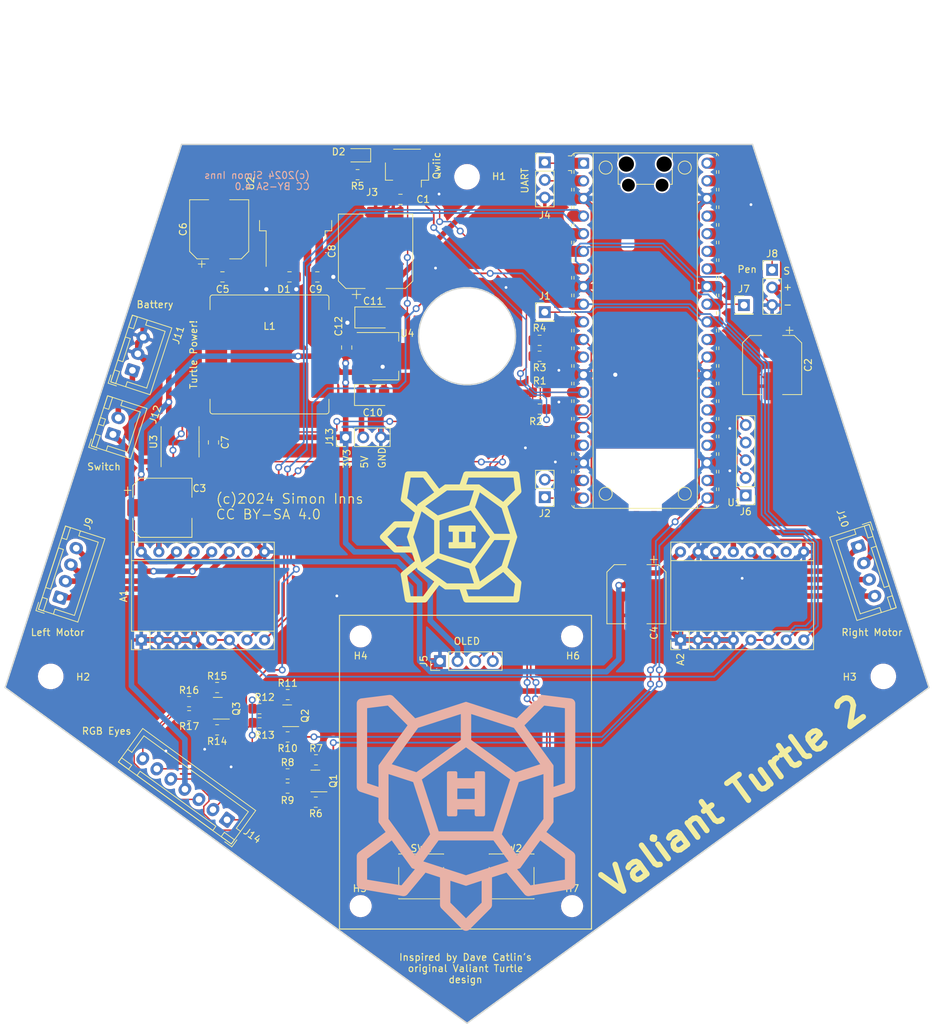
<source format=kicad_pcb>
(kicad_pcb (version 20221018) (generator pcbnew)
  (layers (0 "F.Cu" signal) (31 "B.Cu" signal) (34 "B.Paste" user) (35 "F.Paste" user) (36 "B.SilkS" user "B.Silkscreen") (37 "F.SilkS" user "F.Silkscreen") (38 "B.Mask" user) (39 "F.Mask" user) (44 "Edge.Cuts" user))
  (net 0 "")
  (net 1 "GND")
  (net 2 "/NEMA 17 Stepper Drivers/Enable")
  (net 3 "/NEMA 17 Stepper Drivers/LM_Step")
  (net 4 "/NEMA 17 Stepper Drivers/LM_Dir")
  (net 6 "Net-(A1-A2)")
  (net 7 "Net-(A1-A1)")
  (net 8 "Net-(A1-B1)")
  (net 9 "Net-(A1-B2)")
  (net 10 "+12V")
  (net 11 "/NEMA 17 Stepper Drivers/RM_Step")
  (net 12 "/NEMA 17 Stepper Drivers/RM_Dir")
  (net 14 "Net-(A2-A2)")
  (net 15 "Net-(A2-A1)")
  (net 16 "Net-(A2-B1)")
  (net 17 "Net-(A2-B2)")
  (net 18 "+3V3")
  (net 19 "+5V")
  (net 20 "Net-(D1-K)")
  (net 21 "Net-(D2-A)")
  (net 22 "SCL1")
  (net 23 "SDA1")
  (net 24 "Net-(J2-Pin_1)")
  (net 25 "Net-(J2-Pin_2)")
  (net 26 "SCL0")
  (net 27 "SDA0")
  (net 28 "PWM_Servo")
  (net 29 "Net-(J7-Pin_1)")
  (net 30 "Net-(Q1-G)")
  (net 31 "Net-(Q1-D)")
  (net 32 "Net-(Q2-G)")
  (net 33 "Net-(Q2-D)")
  (net 34 "Net-(Q3-G)")
  (net 35 "Net-(Q3-D)")
  (net 36 "PWM_Red")
  (net 37 "PWM_Green")
  (net 38 "PWM_Blue")
  (net 39 "Net-(U1-GPIO12)")
  (net 40 "Net-(U1-GPIO13)")
  (net 41 "Net-(J1-Pin_1)")
  (net 42 "Net-(J4-Pin_1)")
  (net 43 "Net-(J4-Pin_2)")
  (net 44 "Net-(J6-Pin_1)")
  (net 45 "Net-(J6-Pin_2)")
  (net 46 "Net-(J6-Pin_3)")
  (net 47 "Net-(J6-Pin_4)")
  (net 48 "Net-(J6-Pin_5)")
  (net 50 "Net-(J11-Pin_1)")
  (net 57 "Net-(J12-Pin_1)")
  (net 58 "Net-(J14-Pin_1)")
  (net 59 "Net-(J14-Pin_2)")
  (net 60 "Net-(J14-Pin_3)")
  (net 61 "Net-(J14-Pin_5)")
  (net 62 "Net-(J14-Pin_6)")
  (net 63 "Net-(J14-Pin_7)")
  (footprint "Capacitor_SMD:C_0805_2012Metric_Pad1.18x1.45mm_HandSolder" (layer "F.Cu") (at 86.3815 51.562 180)
    (fp_text reference "C1")
    (fp_text value "100nF")
  )
  (footprint "Capacitor_SMD:CP_Elec_8x6.2" (layer "F.Cu") (at 52.07 96.012)
    (fp_text reference "C3")
    (fp_text value "100uF")
  )
  (footprint "Capacitor_SMD:C_0805_2012Metric_Pad1.18x1.45mm_HandSolder" (layer "F.Cu") (at 60.7275 62.738)
    (fp_text reference "C5")
    (fp_text value "100nF")
  )
  (footprint "Resistor_SMD:R_0805_2012Metric_Pad1.20x1.40mm_HandSolder" (layer "F.Cu") (at 55.912 123.952)
    (fp_text reference "R16")
    (fp_text value "100R")
  )
  (footprint "Connector_JST:JST_XH_B2B-XH-A_1x02_P2.50mm_Vertical" (layer "F.Cu") (at 44.947458 85.435641 72)
    (fp_text reference "J12")
    (fp_text value "Power_Switch")
  )
  (footprint "Resistor_SMD:R_0805_2012Metric_Pad1.20x1.40mm_HandSolder" (layer "F.Cu") (at 74.184 138.43 180)
    (fp_text reference "R6")
    (fp_text value "1K")
  )
  (footprint "Capacitor_SMD:CP_Elec_8x6.2" (layer "F.Cu") (at 120.396 108.466 -90)
    (fp_text reference "C4")
    (fp_text value "100uF")
  )
  (footprint "Resistor_SMD:R_0805_2012Metric_Pad1.20x1.40mm_HandSolder" (layer "F.Cu") (at 66.088 127)
    (fp_text reference "R13")
    (fp_text value "100R")
  )
  (footprint "Connector_PinHeader_2.54mm:PinHeader_1x03_P2.54mm_Vertical" (layer "F.Cu") (at 139.954 61.722)
    (fp_text reference "J8")
    (fp_text value "Pen_Servo")
  )
  (footprint "MountingHole:MountingHole_2.7mm_M2.5" (layer "F.Cu") (at 111.125 153.416)
    (fp_text reference "H7")
    (fp_text value "OLED_MountingHole")
  )
  (footprint "Resistor_SMD:R_0805_2012Metric_Pad1.20x1.40mm_HandSolder" (layer "F.Cu") (at 74.216 132.334)
    (fp_text reference "R7")
    (fp_text value "100K")
  )
  (footprint "Module:Pololu_Breakout-16_15.2x20.3mm" (layer "F.Cu") (at 126.746 115.062 90)
    (fp_text reference "A2")
    (fp_text value "DRV8825_Breakout")
  )
  (footprint "Resistor_SMD:R_0805_2012Metric_Pad1.20x1.40mm_HandSolder" (layer "F.Cu") (at 59.96 121.92)
    (fp_text reference "R15")
    (fp_text value "100K")
  )
  (footprint "Package_TO_SOT_SMD:TO-263-5_TabPin3" (layer "F.Cu") (at 71.276 51.278 90)
    (fp_text reference "U2")
    (fp_text value "LM2576S-5")
  )
  (footprint "Inductor_SMD:L_Bourns_SRP1770TA_16.9x16.9mm" (layer "F.Cu") (at 67.509 73.914)
    (fp_text reference "L1")
    (fp_text value "100uH 5A")
  )
  (footprint "MountingHole:MountingHole_3.2mm_M3" (layer "F.Cu") (at 95.9816 48.312)
    (fp_text reference "H1")
    (fp_text value "Body_MountingHole")
  )
  (footprint "Connector_JST:JST_SH_SM04B-SRSS-TB_1x04-1MP_P1.00mm_Horizontal" (layer "F.Cu") (at 87.333 47.022 180)
    (fp_text reference "J3")
    (fp_text value "Qwiic")
  )
  (footprint "Package_TO_SOT_SMD:SOT-23" (layer "F.Cu") (at 60.0545 124.902 180)
    (fp_text reference "Q3")
    (fp_text value "BSS138")
  )
  (footprint "Resistor_SMD:R_0805_2012Metric_Pad1.20x1.40mm_HandSolder" (layer "F.Cu") (at 70.12 129.032 180)
    (fp_text reference "R10")
    (fp_text value "1K")
  )
  (footprint "Connector_PinHeader_2.54mm:PinHeader_1x01_P2.54mm_Vertical" (layer "F.Cu") (at 135.89 66.802)
    (fp_text reference "J7")
    (fp_text value "Conn_01x01")
  )
  (footprint "Capacitor_SMD:C_0805_2012Metric_Pad1.18x1.45mm_HandSolder" (layer "F.Cu") (at 70.3945 62.738)
    (fp_text reference "D1")
    (fp_text value "SS34")
  )
  (footprint "Connector_PinHeader_2.54mm:PinHeader_1x03_P2.54mm_Vertical" (layer "F.Cu") (at 78.486 85.852 90)
    (fp_text reference "J13")
    (fp_text value "Power Header")
  )
  (footprint "Package_TO_SOT_SMD:SOT-223-3_TabPin2" (layer "F.Cu") (at 84.227 74.168)
    (fp_text reference "U4")
    (fp_text value "LM1117MP-3.3")
  )
  (footprint "Capacitor_Tantalum_SMD:CP_EIA-3528-21_Kemet-B_Pad1.50x2.35mm_HandSolder" (layer "F.Cu") (at 82.449 68.58)
    (fp_text reference "C11")
    (fp_text value "10uF Tant")
  )
  (footprint "Connector_JST:JST_XH_B7B-XH-A_1x07_P2.50mm_Vertical" (layer "F.Cu") (at 61.38504 140.977123 144)
    (fp_text reference "J14")
    (fp_text value "RGB LED Eyeballs")
  )
  (footprint "Package_TO_SOT_SMD:SOT-23" (layer "F.Cu") (at 74.1215 135.382 180)
    (fp_text reference "Q1")
    (fp_text value "BSS138")
  )
  (footprint "Capacitor_SMD:CP_Elec_10x10.5" (layer "F.Cu") (at 82.804 59.046 90)
    (fp_text reference "C8")
    (fp_text value "1000uF")
  )
  (footprint "Connector_PinHeader_2.54mm:PinHeader_1x04_P2.54mm_Vertical" (layer "F.Cu") (at 92.075 118.11 90)
    (fp_text reference "J5")
    (fp_text value "OLED 128x64 SSD1106")
  )
  (footprint "Connector_JST:JST_XH_B3B-XH-A_1x03_P2.50mm_Vertical" (layer "F.Cu") (at 47.752 76.2 72)
    (fp_text reference "J11")
    (fp_text value "Battery")
  )
  (footprint "Capacitor_SMD:C_0805_2012Metric_Pad1.18x1.45mm_HandSolder" (layer "F.Cu") (at 74.4005 62.738)
    (fp_text reference "C9")
    (fp_text value "100nF")
  )
  (footprint "Resistor_SMD:R_0805_2012Metric_Pad1.20x1.40mm_HandSolder" (layer "F.Cu") (at 106.442 74.168 180)
    (fp_text reference "R3")
    (fp_text value "10K")
  )
  (footprint "Connector_JST:JST_XH_B4B-XH-A_1x04_P2.50mm_Vertical" (layer "F.Cu") (at 152.4 101.6 -72)
    (fp_text reference "J10")
    (fp_text value "Right Motor")
  )
  (footprint "Connector_PinHeader_2.54mm:PinHeader_1x05_P2.54mm_Vertical" (layer "F.Cu") (at 136.144 94.234 180)
    (fp_text reference "J6")
    (fp_text value "Conn_01x05")
  )
  (footprint "Module_RaspberryPi_Pico:RaspberryPi_Pico_Common" (layer "F.Cu") (at 121.666 70.485)
    (fp_text reference "U1")
    (fp_text value "RaspberryPi_Pico_W")
  )
  (footprint "Resistor_SMD:R_0805_2012Metric_Pad1.20x1.40mm_HandSolder" (layer "F.Cu") (at 80.205 48.006 180)
    (fp_text reference "R5")
    (fp_text value "1K")
  )
  (footprint "Resistor_SMD:R_0805_2012Metric_Pad1.20x1.40mm_HandSolder" (layer "F.Cu") (at 106.458 79.375)
    (fp_text reference "R1")
    (fp_text value "10K")
  )
  (footprint "Capacitor_SMD:CP_Elec_8x6.2" (layer "F.Cu") (at 60.256 55.878 90)
    (fp_text reference "C6")
    (fp_text value "100uF")
  )
  (footprint "Resistor_SMD:R_0805_2012Metric_Pad1.20x1.40mm_HandSolder" (layer "F.Cu") (at 70.12 136.398)
    (fp_text reference "R9")
    (fp_text value "150R")
  )
  (footprint "MountingHole:MountingHole_2.7mm_M2.5" (layer "F.Cu") (at 80.645 153.416)
    (fp_text reference "H5")
    (fp_text value "OLED_MountingHole")
  )
  (footprint "Connector_PinHeader_2.54mm:PinHeader_1x03_P2.54mm_Vertical" (layer "F.Cu") (at 107.188 46.228)
    (fp_text reference "J4")
    (fp_text value "USART")
  )
  (footprint "Capacitor_SMD:C_0805_2012Metric_Pad1.18x1.45mm_HandSolder" (layer "F.Cu") (at 59.436 86.5925 -90)
    (fp_text reference "C7")
    (fp_text value "1uF")
  )
  (footprint "LED_SMD:LED_0805_2012Metric_Pad1.15x1.40mm_HandSolder" (layer "F.Cu") (at 80.23 45.212 180)
    (fp_text reference "D2")
    (fp_text value "Power LED")
  )
  (footprint "MountingHole:MountingHole_2.7mm_M2.5" (layer "F.Cu") (at 111.125 114.554)
    (fp_text reference "H6")
    (fp_text value "OLED_MountingHole")
  )
  (footprint "Resistor_SMD:R_0805_2012Metric_Pad1.20x1.40mm_HandSolder" (layer "F.Cu") (at 70.136 122.936)
    (fp_text reference "R11")
    (fp_text value "100K")
  )
  (footprint "Resistor_SMD:R_0805_2012Metric_Pad1.20x1.40mm_HandSolder" (layer "F.Cu") (at 55.928 125.984)
    (fp_text reference "R17")
    (fp_text value "100R")
  )
  (footprint "Resistor_SMD:R_0805_2012Metric_Pad1.20x1.40mm_HandSolder" (layer "F.Cu") (at 70.12 134.366)
    (fp_text reference "R8")
    (fp_text value "150R")
  )
  (footprint "Package_TO_SOT_SMD:SOT-23" (layer "F.Cu") (at 70.0575 125.984 180)
    (fp_text reference "Q2")
    (fp_text value "BSS138")
  )
  (footprint "Connector_PinHeader_2.54mm:PinHeader_1x01_P2.54mm_Vertical" (layer "F.Cu") (at 107.188 67.818)
    (fp_text reference "J1")
    (fp_text value "Conn_01x01")
  )
  (footprint "MountingHole:MountingHole_3.2mm_M3" (layer "F.Cu") (at 35.9816 120.312)
    (fp_text reference "H2")
    (fp_text value "Body_MountingHole")
  )
  (footprint "Module:Pololu_Breakout-16_15.2x20.3mm" (layer "F.Cu") (at 49.022 115.062 90)
    (fp_text reference "A1")
    (fp_text value "DRV8825_Breakout")
  )
  (footprint "MountingHole:MountingHole_2.7mm_M2.5" (layer "F.Cu") (at 80.645 114.554)
    (fp_text reference "H4")
    (fp_text value "OLED_MountingHole")
  )
  (footprint "Connector_JST:JST_XH_B4B-XH-A_1x04_P2.50mm_Vertical" (layer "F.Cu") (at 37.338 108.966 72)
    (fp_text reference "J9")
    (fp_text value "Left Motor")
  )
  (footprint "Capacitor_SMD:C_0805_2012Metric_Pad1.18x1.45mm_HandSolder" (layer "F.Cu") (at 78.639 72.9195 90)
    (fp_text reference "C12")
    (fp_text value "100nF")
  )
  (footprint "Capacitor_Tantalum_SMD:CP_EIA-3528-21_Kemet-B_Pad1.50x2.35mm_HandSolder" (layer "F.Cu") (at 82.397 79.756)
    (fp_text reference "C10")
    (fp_text value "10uF Tant")
  )
  (footprint "Resistor_SMD:R_0805_2012Metric_Pad1.20x1.40mm_HandSolder" (layer "F.Cu") (at 106.442 71.882 180)
    (fp_text reference "R4")
    (fp_text value "10K")
  )
  (footprint "Connector_PinHeader_2.54mm:PinHeader_1x02_P2.54mm_Vertical" (layer "F.Cu") (at 107.188 94.488 180)
    (fp_text reference "J2")
    (fp_text value "Conn_01x02")
  )
  (footprint "MountingHole:MountingHole_3.2mm_M3" (layer "F.Cu") (at 155.9816 120.312)
    (fp_text reference "H3")
    (fp_text value "Body_MountingHole")
  )
  (footprint "Capacitor_SMD:CP_Elec_8x6.2" (layer "F.Cu") (at 139.954 75.44 -90)
    (fp_text reference "C2")
    (fp_text value "100uF")
  )
  (footprint "Resistor_SMD:R_0805_2012Metric_Pad1.20x1.40mm_HandSolder" (layer "F.Cu") (at 59.96 128.016 180)
    (fp_text reference "R14")
    (fp_text value "1K")
  )
  (footprint "Button_Switch_SMD:SW_Push_1P1T_NO_6x6mm_H9.5mm" (layer "F.Cu") (at 102.4 149.134)
    (fp_text reference "SW2")
    (fp_text value "Right_Button")
  )
  (footprint "Button_Switch_SMD:SW_Push_1P1T_NO_6x6mm_H9.5mm" (layer "F.Cu") (at 89.37 149.134)
    (fp_text reference "SW1")
    (fp_text value "Left_Button")
  )
  (footprint "Package_SO:TSSOP-16_4.4x5mm_P0.65mm" (layer "F.Cu") (at 54.621 86.5025 90)
    (fp_text reference "U3")
    (fp_text value "INA260")
  )
  (footprint "Resistor_SMD:R_0805_2012Metric_Pad1.20x1.40mm_HandSolder" (layer "F.Cu") (at 106.442 81.788)
    (fp_text reference "R2")
    (fp_text value "10K")
  )
  (footprint "Resistor_SMD:R_0805_2012Metric_Pad1.20x1.40mm_HandSolder" (layer "F.Cu") (at 66.072 124.968)
    (fp_text reference "R12")
    (fp_text value "100R")
  )
  (gr_poly (pts (xy 80.34139 146.1355) (xy 80.35699 146.07469) (xy 80.38009 146.01631) (xy 80.41039 145.96129) (xy 80.44719 145.91047) (xy 80.49019 145.86471) (xy 80.53859 145.82469) (xy 84.53859 142.824689) (xy 84.59119 142.791299) (xy 83.46879 141.24641) (xy 83.46879 137.634184) (xy 83.46879 136.581724) (xy 83.46879 133.21199) (xy 87.73566 127.33912) (xy 84.65219 124.255598) (xy 81.33149 124.670698) (xy 81.33149 135.86931) (xy 83.46879 136.581724) (xy 83.46879 137.634184) (xy 80.64839 136.69409) (xy 80.59159 136.667356) (xy 80.53859 136.633711) (xy 80.49019 136.593687) (xy 80.44719 136.547926) (xy 80.41039 136.497114) (xy 80.38009 136.442091) (xy 80.35699 136.38371) (xy 80.34139 136.322904) (xy 80.33349 136.260603) (xy 80.33349 124.197801) (xy 80.34139 124.1355) (xy 80.35699 124.074701) (xy 80.38009 124.016302) (xy 80.41039 123.961301) (xy 80.44719 123.910501) (xy 80.49019 123.864698) (xy 80.53859 123.824701) (xy 80.59159 123.791101) (xy 80.64839 123.764299) (xy 80.70819 123.744901) (xy 80.76979 123.733198) (xy 84.76979 123.233198) (xy 84.83249 123.2292) (xy 84.89519 123.233198) (xy 84.95689 123.244901) (xy 85.01659 123.264299) (xy 85.07339 123.291101) (xy 85.12639 123.324701) (xy 85.17479 123.364698) (xy 88.44092 126.630899) (xy 95.83249 124.2292) (xy 103.224061 126.630899) (xy 106.49019 123.364698) (xy 106.53859 123.324701) (xy 106.59159 123.291101) (xy 106.648389 123.264299) (xy 106.708089 123.244901) (xy 106.76979 123.233198) (xy 106.83249 123.2292) (xy 106.89519 123.233198) (xy 110.89519 123.733198) (xy 110.95679 123.744901) (xy 111.016591 123.764299) (xy 111.07339 123.791101) (xy 111.12639 123.824701) (xy 111.17479 123.864698) (xy 111.21779 123.910501) (xy 111.25459 123.961301) (xy 111.28489 124.016302) (xy 111.30799 124.074701) (xy 111.32359 124.1355) (xy 111.331491 124.197801) (xy 111.331491 136.260603) (xy 111.32359 136.322904) (xy 111.30799 136.38371) (xy 111.28489 136.442091) (xy 111.25459 136.497114) (xy 111.21779 136.547926) (xy 111.17479 136.593687) (xy 111.12639 136.633711) (xy 111.07339 136.667356) (xy 111.016591 136.69409) (xy 108.196191 137.634184) (xy 108.196191 136.581724) (xy 110.333489 135.86931) (xy 110.333489 124.670698) (xy 107.01279 124.255598) (xy 103.92932 127.33912) (xy 108.196191 133.21199) (xy 108.196191 136.581724) (xy 108.196191 137.634184) (xy 108.196191 141.24641) (xy 107.073789 142.791299) (xy 107.12639 142.824689) (xy 111.12639 145.82469) (xy 111.17479 145.86471) (xy 111.21779 145.91047) (xy 111.25459 145.96129) (xy 111.28489 146.01631) (xy 111.30799 146.07469) (xy 111.32359 146.1355) (xy 111.331491 146.1978) (xy 111.331491 150.2606) (xy 111.32359 150.3229) (xy 111.30799 150.3837) (xy 111.28489 150.4421) (xy 111.25459 150.4971) (xy 111.21779 150.5479) (xy 111.17479 150.5937) (xy 111.12639 150.6337) (xy 111.07339 150.6673) (xy 111.016591 150.6941) (xy 110.95679 150.7135) (xy 110.89519 150.7252) (xy 105.033361 151.702164) (xy 105.033361 150.6892) (xy 110.333489 149.8059) (xy 110.333489 146.47986) (xy 106.53859 143.6337) (xy 106.49059 143.59399) (xy 103.473691 147.7464) (xy 103.194921 147.837001) (xy 103.194921 146.51207) (xy 107.245191 140.937391) (xy 107.245191 134.046739) (xy 103.249959 135.34486) (xy 102.94093 136.295948) (xy 102.94093 134.3938) (xy 106.936189 133.095689) (xy 102.885911 127.521009) (xy 96.33249 125.3917) (xy 96.33249 129.592479) (xy 102.94093 134.3938) (xy 102.94093 136.295948) (xy 100.725751 143.11354) (xy 103.194921 146.51207) (xy 103.194921 147.837001) (xy 102.77123 147.9747) (xy 105.033361 150.6892) (xy 105.033361 151.702164) (xy 104.895139 151.7252) (xy 104.83249 151.7292) (xy 104.76982 151.7252) (xy 104.708131 151.7135) (xy 104.648419 151.6941) (xy 104.591599 151.6673) (xy 104.53859 151.6337) (xy 104.490201 151.5937) (xy 104.447221 151.5479) (xy 101.947221 148.5479) (xy 101.910329 148.4971) (xy 101.880071 148.4421) (xy 101.85695 148.3837) (xy 101.84134 148.3229) (xy 101.83574 148.2786) (xy 99.314 149.098) (xy 99.323621 149.1355) (xy 99.3315 149.1978) (xy 99.3315 153.260601) (xy 99.323621 153.3229) (xy 99.308009 153.383699) (xy 99.2849 153.4421) (xy 99.25464 153.4971) (xy 99.21774 153.547901) (xy 99.17476 153.5937) (xy 96.17476 156.5937) (xy 96.126374 156.633699) (xy 96.073365 156.667301) (xy 96.016542 156.694099) (xy 95.956834 156.713501) (xy 95.895143 156.7252) (xy 95.83249 156.7292) (xy 95.83249 155.5224) (xy 98.33347 153.0215) (xy 98.33347 149.4166) (xy 95.83249 150.2292) (xy 95.83249 149.2292) (xy 102.385911 147.09985) (xy 99.946981 143.742957) (xy 99.946981 142.89232) (xy 102.489881 135.06608) (xy 95.83249 130.2292) (xy 89.175099 135.06608) (xy 91.717999 142.89232) (xy 99.946981 142.89232) (xy 99.946981 143.742957) (xy 99.91673 143.70132) (xy 91.74825 143.70132) (xy 89.27907 147.09985) (xy 95.83249 149.2292) (xy 95.83249 150.2292) (xy 93.33151 149.4166) (xy 93.33151 153.0215) (xy 95.83249 155.5224) (xy 95.83249 156.7292) (xy 95.769837 156.7252) (xy 95.708146 156.713501) (xy 95.648438 156.694099) (xy 95.591615 156.667301) (xy 95.538606 156.633699) (xy 95.49022 156.5937) (xy 92.49022 153.5937) (xy 92.44724 153.547901) (xy 92.41034 153.4971) (xy 92.38008 153.4421) (xy 92.35697 153.383699) (xy 92.34136 153.3229) (xy 92.33348 153.260601) (xy 92.33348 149.1978) (xy 92.34136 149.1355) (xy 92.35098 149.098) (xy 89.82924 148.2786) (xy 89.82364 148.3229) (xy 89.80803 148.3837) (xy 89.78491 148.4421) (xy 89.75465 148.4971) (xy 89.71776 148.5479) (xy 87.21776 151.5479) (xy 87.17478 151.5937) (xy 87.12639 151.6337) (xy 87.07338 151.6673) (xy 87.01656 151.6941) (xy 86.95685 151.7135) (xy 86.89516 151.7252) (xy 86.83249 151.7292) (xy 86.76984 151.7252) (xy 86.63162 151.702164) (xy 86.63162 150.6892) (xy 88.89375 147.9747) (xy 88.470059 147.837) (xy 88.470059 146.51207) (xy 90.93923 143.11354) (xy 88.72405 136.29595) (xy 88.72405 134.3938) (xy 95.33249 129.592479) (xy 95.33249 125.3917) (xy 88.77907 127.521009) (xy 84.72879 133.095689) (xy 88.72405 134.3938) (xy 88.72405 136.29595) (xy 88.41502 135.34486) (xy 84.41979 134.046739) (xy 84.41979 140.937391) (xy 88.470059 146.51207) (xy 88.470059 147.837) (xy 88.19129 147.7464) (xy 85.17439 143.59399) (xy 85.12639 143.6337) (xy 81.33149 146.47986) (xy 81.33149 149.8059) (xy 86.63162 150.6892) (xy 86.63162 151.702164) (xy 80.76979 150.7252) (xy 80.70819 150.7135) (xy 80.64839 150.6941) (xy 80.59159 150.6673) (xy 80.53859 150.6337) (xy 80.49019 150.5937) (xy 80.44719 150.5479) (xy 80.41039 150.4971) (xy 80.38009 150.4421) (xy 80.35699 150.3837) (xy 80.34139 150.3229) (xy 80.33349 150.2606) (xy 80.33349 146.1978)) (stroke (width 0.5)) (fill solid) (layer "B.SilkS"))
  (gr_poly (pts (xy 94.33249 134.2292) (xy 94.33249 135.2292) (xy 97.33249 135.2292) (xy 97.33249 134.2292) (xy 98.33249 134.2292) (xy 98.33249 140.2292) (xy 97.33249 140.2292) (xy 97.33249 139.2292) (xy 94.33249 139.2292) (xy 94.33249 138.2292) (xy 97.33249 138.2292) (xy 97.33249 136.2292) (xy 94.33249 136.2292) (xy 94.33249 138.2292) (xy 94.33249 139.2292) (xy 94.33249 140.2292) (xy 93.33249 140.2292) (xy 93.33249 134.2292)) (stroke (width 0.5)) (fill solid) (layer "B.SilkS"))
  (gr_poly (pts (xy 97.072 99.314) (xy 96.472 99.314) (xy 96.472 101.114) (xy 97.072 101.114) (xy 97.072 101.714) (xy 93.472 101.714) (xy 93.472 101.114) (xy 94.072 101.114) (xy 94.072 99.314) (xy 94.672 99.314) (xy 94.672 101.114) (xy 95.872 101.114) (xy 95.872 99.314) (xy 94.672 99.314) (xy 94.072 99.314) (xy 93.472 99.314) (xy 93.472 98.714) (xy 97.072 98.714)) (stroke (width 0.3)) (fill solid) (layer "F.SilkS"))
  (gr_rect (start 77.597 111.506) (end 113.919 156.718) (stroke (width 0.15)) (fill none) (layer "F.SilkS"))
  (gr_poly (pts (xy 89.92822 90.91934) (xy 89.964706 90.9287) (xy 89.999734 90.94256) (xy 90.032746 90.96074) (xy 90.063238 90.98282) (xy 90.090694 91.00862) (xy 90.114706 91.03766) (xy 91.914706 93.43766) (xy 91.93474 93.46922) (xy 92.861674 92.79578) (xy 95.02901 92.79578) (xy 95.660486 92.79578) (xy 97.682326 92.79578) (xy 101.206048 95.355902) (xy 103.056161 93.50582) (xy 102.807101 91.5134) (xy 96.087934 91.5134) (xy 95.660486 92.79578) (xy 95.02901 92.79578) (xy 95.593066 91.10354) (xy 95.609106 91.06946) (xy 95.629294 91.03766) (xy 95.653308 91.00862) (xy 95.680765 90.98282) (xy 95.711252 90.96074) (xy 95.744266 90.94256) (xy 95.779294 90.9287) (xy 95.815777 90.91934) (xy 95.853158 90.9146) (xy 103.090839 90.9146) (xy 103.12822 90.91934) (xy 103.164699 90.9287) (xy 103.199739 90.94256) (xy 103.232739 90.96074) (xy 103.263219 90.98282) (xy 103.290701 91.00862) (xy 103.314699 91.03766) (xy 103.334859 91.06946) (xy 103.350941 91.10354) (xy 103.362579 91.13942) (xy 103.369601 91.17638) (xy 103.669601 93.57638) (xy 103.672 93.614) (xy 103.669601 93.65162) (xy 103.662579 93.68864) (xy 103.650941 93.72446) (xy 103.634859 93.75854) (xy 103.614699 93.79034) (xy 103.590701 93.81938) (xy 101.630981 95.779058) (xy 103.072 100.214) (xy 101.630981 104.648943) (xy 103.590701 106.60862) (xy 103.614699 106.63766) (xy 103.634859 106.66946) (xy 103.650941 106.703539) (xy 103.662579 106.739359) (xy 103.669601 106.77638) (xy 103.672 106.814) (xy 103.669601 106.85162) (xy 103.369601 109.25162) (xy 103.362579 109.28858) (xy 103.350941 109.324461) (xy 103.334859 109.35854) (xy 103.314699 109.39034) (xy 103.290701 109.41938) (xy 103.263219 109.44518) (xy 103.232739 109.46726) (xy 103.199739 109.48544) (xy 103.164699 109.4993) (xy 103.12822 109.50866) (xy 103.090839 109.5134) (xy 95.853158 109.5134) (xy 95.815777 109.50866) (xy 95.779294 109.4993) (xy 95.744266 109.48544) (xy 95.711252 109.46726) (xy 95.680765 109.44518) (xy 95.653308 109.41938) (xy 95.629294 109.39034) (xy 95.609106 109.35854) (xy 95.593066 109.324461) (xy 95.02901 107.632221) (xy 95.660486 107.632221) (xy 96.087934 108.9146) (xy 102.807101 108.9146) (xy 103.056161 106.92218) (xy 101.206048 105.072098) (xy 97.682326 107.632221) (xy 95.660486 107.632221) (xy 95.02901 107.632221) (xy 92.861674 107.632221) (xy 91.93474 106.958779) (xy 91.914706 106.99034) (xy 90.114706 109.39034) (xy 90.090694 109.41938) (xy 90.063238 109.44518) (xy 90.032746 109.46726) (xy 89.999734 109.48544) (xy 89.964706 109.4993) (xy 89.92822 109.50866) (xy 89.89084 109.5134) (xy 87.45316 109.5134) (xy 87.41578 109.50866) (xy 87.3793 109.4993) (xy 87.34426 109.48544) (xy 87.31126 109.46726) (xy 87.28078 109.44518) (xy 87.2533 109.41938) (xy 87.2293 109.39034) (xy 87.20914 109.35854) (xy 87.19306 109.324461) (xy 87.18142 109.28858) (xy 87.1744 109.25162) (xy 86.588222 105.734522) (xy 87.196 105.734522) (xy 87.72598 108.9146) (xy 89.721604 108.9146) (xy 91.4293 106.63766) (xy 91.453126 106.60886) (xy 88.96168 104.798721) (xy 88.90732 104.631458) (xy 89.702278 104.631458) (xy 93.047085 107.06162) (xy 97.181476 107.06162) (xy 96.402604 104.664481) (xy 95.831951 104.479064) (xy 96.97324 104.479064) (xy 97.752106 106.876219) (xy 101.096915 104.446053) (xy 102.3745 100.514) (xy 99.854032 100.514) (xy 96.97324 104.479064) (xy 95.831951 104.479064) (xy 91.741396 103.149957) (xy 89.702278 104.631458) (xy 88.90732 104.631458) (xy 88.8247 104.377244) (xy 87.196 105.734522) (xy 86.588222 105.734522) (xy 86.5744 105.651589) (xy 86.572 105.614) (xy 86.5744 105.576398) (xy 86.58142 105.539385) (xy 86.59306 105.503558) (xy 86.60914 105.469466) (xy 86.6293 105.43766) (xy 86.6533 105.408627) (xy 86.68078 105.382839) (xy 88.48078 103.882839) (xy 88.51126 103.860703) (xy 88.54426 103.842548) (xy 88.5793 103.828676) (xy 88.61578 103.81931) (xy 88.64236 103.81595) (xy 88.15072 102.302906) (xy 88.12822 102.308678) (xy 88.09084 102.313406) (xy 85.65316 102.313406) (xy 85.61578 102.308678) (xy 85.579301 102.299312) (xy 85.54426 102.285446) (xy 85.51126 102.26729) (xy 85.48078 102.24515) (xy 85.4533 102.219362) (xy 83.6533 100.419362) (xy 83.629301 100.390331) (xy 83.60914 100.358525) (xy 83.593061 100.324431) (xy 83.58142 100.288606) (xy 83.5744 100.251592) (xy 83.572 100.214) (xy 84.29608 100.214) (xy 85.79662 101.714588) (xy 87.95956 101.714588) (xy 87.472 100.214) (xy 88.072 100.214) (xy 89.34961 104.146053) (xy 91.363746 102.682694) (xy 91.874128 102.682694) (xy 96.569872 104.208434) (xy 99.472 100.214) (xy 96.569872 96.219566) (xy 91.874128 97.745306) (xy 91.874128 102.682694) (xy 91.363746 102.682694) (xy 91.388728 102.664544) (xy 91.388728 97.763456) (xy 89.34961 96.281948) (xy 88.072 100.214) (xy 87.472 100.214) (xy 87.95956 98.713412) (xy 85.79662 98.713412) (xy 84.29608 100.214) (xy 83.572 100.214) (xy 83.5744 100.176408) (xy 83.58142 100.139394) (xy 83.593061 100.103569) (xy 83.60914 100.069475) (xy 83.629301 100.037669) (xy 83.6533 100.008638) (xy 85.4533 98.208638) (xy 85.48078 98.18285) (xy 85.51126 98.16071) (xy 85.54426 98.142554) (xy 85.579301 98.128688) (xy 85.61578 98.119322) (xy 85.65316 98.114594) (xy 88.09084 98.114594) (xy 88.12822 98.119322) (xy 88.15072 98.125094) (xy 88.64236 96.61205) (xy 88.61578 96.60869) (xy 88.5793 96.599324) (xy 88.54426 96.585452) (xy 88.51126 96.567296) (xy 88.48078 96.545162) (xy 86.68078 95.045162) (xy 86.6533 95.019374) (xy 86.6293 94.99034) (xy 86.60914 94.958534) (xy 86.59306 94.924442) (xy 86.58142 94.888616) (xy 86.5744 94.851602) (xy 86.572 94.814) (xy 86.5744 94.77641) (xy 86.588222 94.693478) (xy 87.196 94.693478) (xy 88.8247 96.050756) (xy 88.90732 95.796542) (xy 89.702278 95.796542) (xy 91.741396 97.278044) (xy 95.83195 95.948936) (xy 96.97324 95.948936) (xy 99.854032 99.914) (xy 102.3745 99.914) (xy 101.096915 95.981948) (xy 97.752106 93.55178) (xy 96.97324 95.948936) (xy 95.83195 95.948936) (xy 96.402604 95.763518) (xy 97.181476 93.36638) (xy 93.047085 93.36638) (xy 89.702278 95.796542) (xy 88.90732 95.796542) (xy 88.96168 95.62928) (xy 91.453126 93.81914) (xy 91.4293 93.79034) (xy 89.721604 91.5134) (xy 87.72598 91.5134) (xy 87.196 94.693478) (xy 86.588222 94.693478) (xy 87.1744 91.17638) (xy 87.18142 91.13942) (xy 87.19306 91.10354) (xy 87.20914 91.06946) (xy 87.2293 91.03766) (xy 87.2533 91.00862) (xy 87.28078 90.98282) (xy 87.31126 90.96074) (xy 87.34426 90.94256) (xy 87.3793 90.9287) (xy 87.41578 90.91934) (xy 87.45316 90.9146) (xy 89.89084 90.9146)) (stroke (width 0.3)) (fill solid) (layer "F.SilkS"))
  (gr_line (start 95.546471 64.3026) (end 96.425529 64.3026) (stroke (width 0.2)) (layer "Edge.Cuts"))
  (gr_line (start 98.96645 77.6226) (end 98.14912 77.9462) (stroke (width 0.2)) (layer "Edge.Cuts"))
  (gr_line (start 100.44796 76.6824) (end 99.73678 77.1991) (stroke (width 0.2)) (layer "Edge.Cuts"))
  (gr_line (start 89.20592 69.548) (end 89.47758 68.7119) (stroke (width 0.2)) (layer "Edge.Cuts"))
  (gr_line (start 89.04121 70.4115) (end 89.20592 69.548) (stroke (width 0.2)) (layer "Edge.Cuts"))
  (gr_line (start 94.67434 64.4128) (end 95.546471 64.3026) (stroke (width 0.2)) (layer "Edge.Cuts"))
  (gr_line (start 92.23522 77.1991) (end 91.52404 76.6824) (stroke (width 0.2)) (layer "Edge.Cuts"))
  (gr_line (start 93.82288 64.6314) (end 94.67434 64.4128) (stroke (width 0.2)) (layer "Edge.Cuts"))
  (gr_line (start 98.14912 64.6314) (end 98.96645 64.955) (stroke (width 0.2)) (layer "Edge.Cuts"))
  (gr_line (start 99.73678 65.3785) (end 100.44796 65.8952) (stroke (width 0.2)) (layer "Edge.Cuts"))
  (gr_line (start 102.93079 70.4115) (end 102.986 71.2888) (stroke (width 0.2)) (layer "Edge.Cuts"))
  (gr_line (start 102.12014 74.6611) (end 101.64912 75.4033) (stroke (width 0.2)) (layer "Edge.Cuts"))
  (gr_line (start 89.85186 74.6611) (end 89.47758 73.8657) (stroke (width 0.2)) (layer "Edge.Cuts"))
  (gr_line (start 93.00555 77.6226) (end 92.23522 77.1991) (stroke (width 0.2)) (layer "Edge.Cuts"))
  (gr_line (start 93.00555 64.955) (end 93.82288 64.6314) (stroke (width 0.2)) (layer "Edge.Cuts"))
  (gr_line (start 102.49442 73.8657) (end 102.12014 74.6611) (stroke (width 0.2)) (layer "Edge.Cuts"))
  (gr_line (start 101.64912 67.1743) (end 102.12014 67.9165) (stroke (width 0.2)) (layer "Edge.Cuts"))
  (gr_line (start 98.96645 64.955) (end 99.73678 65.3785) (stroke (width 0.2)) (layer "Edge.Cuts"))
  (gr_line (start 96.425529 78.275) (end 95.546471 78.275) (stroke (width 0.2)) (layer "Edge.Cuts"))
  (gr_line (start 102.49442 68.7119) (end 102.76608 69.548) (stroke (width 0.2)) (layer "Edge.Cuts"))
  (gr_line (start 89.47758 73.8657) (end 89.20592 73.0296) (stroke (width 0.2)) (layer "Edge.Cuts"))
  (gr_line (start 100.44796 65.8952) (end 101.08877 66.497) (stroke (width 0.2)) (layer "Edge.Cuts"))
  (gr_line (start 97.29766 78.1648) (end 96.425529 78.275) (stroke (width 0.2)) (layer "Edge.Cuts"))
  (gr_line (start 89.85186 67.9165) (end 90.32288 67.1743) (stroke (width 0.2)) (layer "Edge.Cuts"))
  (gr_line (start 101.08877 76.0806) (end 100.44796 76.6824) (stroke (width 0.2)) (layer "Edge.Cuts"))
  (gr_line (start 98.14912 77.9462) (end 97.29766 78.1648) (stroke (width 0.2)) (layer "Edge.Cuts"))
  (gr_line (start 91.52404 65.8952) (end 92.23522 65.3785) (stroke (width 0.2)) (layer "Edge.Cuts"))
  (gr_line (start 89.47758 68.7119) (end 89.85186 67.9165) (stroke (width 0.2)) (layer "Edge.Cuts"))
  (gr_line (start 162.56 121.92) (end 137.131 43.6576) (stroke (width 0.2)) (layer "Edge.Cuts"))
  (gr_line (start 92.23522 65.3785) (end 93.00555 64.955) (stroke (width 0.2)) (layer "Edge.Cuts"))
  (gr_line (start 90.32288 75.4033) (end 89.85186 74.6611) (stroke (width 0.2)) (layer "Edge.Cuts"))
  (gr_line (start 29.412 121.92) (end 95.986 170.2888) (stroke (width 0.2)) (layer "Edge.Cuts"))
  (gr_line (start 88.986 71.2888) (end 89.04121 70.4115) (stroke (width 0.2)) (layer "Edge.Cuts"))
  (gr_line (start 102.76608 73.0296) (end 102.49442 73.8657) (stroke (width 0.2)) (layer "Edge.Cuts"))
  (gr_line (start 90.32288 67.1743) (end 90.88323 66.497) (stroke (width 0.2)) (layer "Edge.Cuts"))
  (gr_line (start 101.64912 75.4033) (end 101.08877 76.0806) (stroke (width 0.2)) (layer "Edge.Cuts"))
  (gr_line (start 91.52404 76.6824) (end 90.88323 76.0806) (stroke (width 0.2)) (layer "Edge.Cuts"))
  (gr_line (start 137.131 43.6576) (end 54.841 43.6576) (stroke (width 0.2)) (layer "Edge.Cuts"))
  (gr_line (start 99.73678 77.1991) (end 98.96645 77.6226) (stroke (width 0.2)) (layer "Edge.Cuts"))
  (gr_line (start 102.12014 67.9165) (end 102.49442 68.7119) (stroke (width 0.2)) (layer "Edge.Cuts"))
  (gr_line (start 54.841 43.6576) (end 29.412 121.92) (stroke (width 0.2)) (layer "Edge.Cuts"))
  (gr_line (start 93.82288 77.9462) (end 93.00555 77.6226) (stroke (width 0.2)) (layer "Edge.Cuts"))
  (gr_line (start 89.20592 73.0296) (end 89.04121 72.1661) (stroke (width 0.2)) (layer "Edge.Cuts"))
  (gr_line (start 95.546471 78.275) (end 94.67434 78.1648) (stroke (width 0.2)) (layer "Edge.Cuts"))
  (gr_line (start 101.08877 66.497) (end 101.64912 67.1743) (stroke (width 0.2)) (layer "Edge.Cuts"))
  (gr_line (start 94.67434 78.1648) (end 93.82288 77.9462) (stroke (width 0.2)) (layer "Edge.Cuts"))
  (gr_line (start 102.93079 72.1661) (end 102.76608 73.0296) (stroke (width 0.2)) (layer "Edge.Cuts"))
  (gr_line (start 90.88323 76.0806) (end 90.32288 75.4033) (stroke (width 0.2)) (layer "Edge.Cuts"))
  (gr_line (start 102.986 71.2888) (end 102.93079 72.1661) (stroke (width 0.2)) (layer "Edge.Cuts"))
  (gr_line (start 95.986 170.2888) (end 162.56 121.92) (stroke (width 0.2)) (layer "Edge.Cuts"))
  (gr_line (start 102.76608 69.548) (end 102.93079 70.4115) (stroke (width 0.2)) (layer "Edge.Cuts"))
  (gr_line (start 96.425529 64.3026) (end 97.29766 64.4128) (stroke (width 0.2)) (layer "Edge.Cuts"))
  (gr_line (start 89.04121 72.1661) (end 88.986 71.2888) (stroke (width 0.2)) (layer "Edge.Cuts"))
  (gr_line (start 97.29766 64.4128) (end 98.14912 64.6314) (stroke (width 0.2)) (layer "Edge.Cuts"))
  (gr_line (start 90.88323 66.497) (end 91.52404 65.8952) (stroke (width 0.2)) (layer "Edge.Cuts"))
  (gr_text "(c)2024 Simon Inns\nCC BY-SA 4.0" (at 73.406 50.292) (layer "B.SilkS") (effects (font (size 1 1)) (justify left bottom mirror)))
  (gr_text "-" (at 141.478 67.31) (layer "F.SilkS") (effects (font (size 1 1)) (justify left bottom)))
  (gr_text "(c)2024 Simon Inns\nCC BY-SA 4.0" (at 59.69 97.79) (layer "F.SilkS") (effects (font (size 1.4 1.4)) (justify left bottom)))
  (gr_text "UART" (at 104.902 50.8 90) (layer "F.SilkS") (effects (font (size 1 1)) (justify left bottom)))
  (gr_text "+" (at 141.478 64.77) (layer "F.SilkS") (effects (font (size 1 1)) (justify left bottom)))
  (gr_text "Pen" (at 134.874 62.23) (layer "F.SilkS") (effects (font (size 1 1)) (justify left bottom)))
  (gr_text "5V" (at 81.788 90.424 90) (layer "F.SilkS") (effects (font (size 1 1)) (justify left bottom)))
  (gr_text "3V3" (at 79.248 90.424 90) (layer "F.SilkS") (effects (font (size 1 1)) (justify left bottom)))
  (gr_text "Turtle Power!" (at 57.15 78.994 90) (layer "F.SilkS") (effects (font (size 1 1)) (justify left bottom)))
  (gr_text "Right Motor" (at 149.86 114.554) (layer "F.SilkS") (effects (font (size 1 1)) (justify left bottom)))
  (gr_text "Switch" (at 41.148 90.678) (layer "F.SilkS") (effects (font (size 1 1)) (justify left bottom)))
  (gr_text "Left Motor" (at 33.02 114.554) (layer "F.SilkS") (effects (font (size 1 1)) (justify left bottom)))
  (gr_text "Valiant Turtle 2" (at 117.094 152.908 36) (layer "F.SilkS") (effects (font (size 3.8 3.8) (thickness 0.8) bold) (justify left bottom)))
  (gr_text "S" (at 141.478 62.484) (layer "F.SilkS") (effects (font (size 1 1)) (justify left bottom)))
  (gr_text "RGB Eyes" (at 40.386 128.778) (layer "F.SilkS") (effects (font (size 1 1)) (justify left bottom)))
  (gr_text "GND" (at 84.328 90.424 90) (layer "F.SilkS") (effects (font (size 1 1)) (justify left bottom)))
  (gr_text "Inspired by Dave Catlin's\noriginal Valiant Turtle\ndesign" (at 95.758 164.592) (layer "F.SilkS") (effects (font (size 1 1)) (justify bottom)))
  (gr_text "Battery" (at 48.26 67.31) (layer "F.SilkS") (effects (font (size 1 1)) (justify left bottom)))
  (gr_text "OLED" (at 93.98 115.824) (layer "F.SilkS") (effects (font (size 1 1)) (justify left bottom)))
  (gr_text "Qwiic" (at 92.202 48.768 90) (layer "F.SilkS") (effects (font (size 1 1)) (justify left bottom)))
  (segment (start 65.278 62.738) (end 67.056 64.516) (width 0.8) (layer "F.Cu") (net 1))
  (segment (start 75.216 118.856) (end 75.962 118.11) (width 0.8) (layer "F.Cu") (net 1))
  (segment (start 60.992 121.952) (end 60.96 121.92) (width 0.2) (layer "F.Cu") (net 1))
  (segment (start 85.344 49.511) (end 85.833 49.022) (width 0.2) (layer "F.Cu") (net 1))
  (segment (start 134.366 115.062) (end 126.746 115.062) (width 0.8) (layer "F.Cu") (net 1))
  (segment (start 85.395 146.884) (end 93.345 146.884) (width 0.8) (layer "F.Cu") (net 1))
  (segment (start 81.255 45.212) (end 80.305 46.162) (width 0.2) (layer "F.Cu") (net 1))
  (segment (start 112.776 89.535) (end 108.839 89.535) (width 0.8) (layer "F.Cu") (net 1))
  (segment (start 60.256 52.828) (end 63.306 49.778) (width 0.8) (layer "F.Cu") (net 1))
  (segment (start 55.12 89.539) (end 54.946 89.365) (width 0.8) (layer "F.Cu") (net 1))
  (segment (start 78.639 71.882) (end 81.063 71.882) (width 0.8) (layer "F.Cu") (net 1))
  (segment (start 75.059 132.491) (end 75.216 132.334) (width 0.2) (layer "F.Cu") (net 1))
  (segment (start 112.776 64.135) (end 114.176 62.735) (width 0.8) (layer "F.Cu") (net 1))
  (segment (start 138.299 76.835) (end 130.556 76.835) (width 0.2) (layer "F.Cu") (net 1))
  (segment (start 60.96 119.38) (end 60.96 121.92) (width 0.8) (layer "F.Cu") (net 1))
  (segment (start 117.348 76.835) (end 117.348 68.707) (width 0.8) (layer "F.Cu") (net 1))
  (segment (start 112.776 64.135) (end 130.556 64.135) (width 0.8) (layer "F.Cu") (net 1))
  (segment (start 70.995 123.077) (end 71.136 122.936) (width 0.2) (layer "F.Cu") (net 1))
  (segment (start 75.059 134.432) (end 75.059 132.491) (width 0.2) (layer "F.Cu") (net 1))
  (segment (start 60.452 96.012) (end 55.12 96.012) (width 0.8) (layer "F.Cu") (net 1))
  (segment (start 50.546 86.614) (end 55.23478 86.614) (width 0.8) (layer "F.Cu") (net 1))
  (segment (start 107.315 51.435) (end 107.188 51.308) (width 0.2) (layer "F.Cu") (net 1))
  (segment (start 78.639 71.882) (end 78.639 69.443) (width 0.8) (layer "F.Cu") (net 1))
  (segment (start 92.075 118.11) (end 62.23 118.11) (width 0.8) (layer "F.Cu") (net 1))
  (segment (start 85.395 146.884) (end 85.395 124.79) (width 0.8) (layer "F.Cu") (net 1))
  (segment (start 83.566 85.852) (end 83.566 80.212) (width 0.8) (layer "F.Cu") (net 1))
  (segment (start 75.962 118.11) (end 71.136 122.936) (width 0.8) (layer "F.Cu") (net 1))
  (segment (start 50.546 75.843817) (end 50.546 86.614) (width 0.8) (layer "F.Cu") (net 1))
  (segment (start 54.296 89.365) (end 54.946 89.365) (width 0.2) (layer "F.Cu") (net 1))
  (segment (start 93.345 146.884) (end 98.425 146.884) (width 0.8) (layer "F.Cu") (net 1))
  (segment (start 71.432 59.084) (end 71.276 58.928) (width 0.8) (layer "F.Cu") (net 1))
  (segment (start 130.556 51.435) (end 129.156 52.835) (width 0.8) (layer "F.Cu") (net 1))
  (segment (start 118.11 122.428) (end 120.396 120.142) (width 0.8) (layer "F.Cu") (net 1))
  (segment (start 81.077 71.577) (end 84.074 68.58) (width 0.8) (layer "F.Cu") (net 1))
  (segment (start 83.566 80.212) (end 84.022 79.756) (width 0.8) (layer "F.Cu") (net 1))
  (segment (start 56.25078 87.63) (end 55.68439 88.19639) (width 0.8) (layer "F.Cu") (net 1))
  (segment (start 84.022 75.894) (end 83.82 75.692) (width 0.8) (layer "F.Cu") (net 1))
  (segment (start 81.077 71.868) (end 81.077 71.577) (width 0.8) (layer "F.Cu") (net 1))
  (segment (start 114.176 52.835) (end 112.776 51.435) (width 0.8) (layer "F.Cu") (net 1))
  (segment (start 120.396 111.516) (end 123.2 111.516) (width 0.8) (layer "F.Cu") (net 1))
  (segment (start 71.432 62.738) (end 71.432 59.084) (width 0.8) (layer "F.Cu") (net 1))
  (segment (start 48.524542 73.822359) (end 50.546 75.843817) (width 0.8) (layer "F.Cu") (net 1))
  (segment (start 48.524542 72.21726) (end 49.297085 71.444717) (width 0.8) (layer "F.Cu") (net 1))
  (segment (start 49.297085 71.444717) (end 49.297085 66.780915) (width 0.8) (layer "F.Cu") (net 1))
  (segment (start 51.562 102.362) (end 51.562 99.57) (width 0.8) (layer "F.Cu") (net 1))
  (segment (start 81.063 71.882) (end 81.077 71.868) (width 0.8) (layer "F.Cu") (net 1))
  (segment (start 55.596 86.97522) (end 56.25078 87.63) (width 0.2) (layer "F.Cu") (net 1))
  (segment (start 82.804 54.846) (end 80.273 52.315) (width 0.8) (layer "F.Cu") (net 1))
  (segment (start 60.992 123.952) (end 60.992 121.952) (width 0.2) (layer "F.Cu") (net 1))
  (segment (start 74.676 53.178) (end 71.276 49.778) (width 0.8) (layer "F.Cu") (net 1))
  (segment (start 130.556 64.135) (end 137.287 64.135) (width 0.2) (layer "F.Cu") (net 1))
  (segment (start 75.438 62.738) (end 75.438 59.69) (width 0.8) (layer "F.Cu") (net 1))
  (segment (start 126.746 104.902) (end 129.286 102.362) (width 0.8) (layer "F.Cu") (net 1))
  (segment (start 80.273 52.315) (end 77.736 49.778) (width 0.8) (layer "F.Cu") (net 1))
  (segment (start 71.374 62.796) (end 71.432 62.738) (width 0.8) (layer "F.Cu") (net 1))
  (segment (start 56.642 112.522) (end 66.802 102.362) (width 0.8) (layer "F.Cu") (net 1))
  (segment (start 117.348 68.707) (end 112.776 64.135) (width 0.8) (layer "F.Cu") (net 1))
  (segment (start 51.562 99.57) (end 55.12 96.012) (width 0.8) (layer "F.Cu") (net 1))
  (segment (start 55.12 91.186) (end 55.12 89.539) (width 0.8) (layer "F.Cu") (net 1))
  (segment (start 76.708 62.738) (end 75.438 62.738) (width 0.8) (layer "F.Cu") (net 1))
  (segment (start 126.746 115.062) (end 126.746 104.902) (width 0.8) (layer "F.Cu") (net 1))
  (segment (start 55.12 88.76078) (end 55.12 91.186) (width 0.8) (layer "F.Cu") (net 1))
  (segment (start 55.596 88.28478) (end 55.68439 88.19639) (width 0.25) (layer "F.Cu") (net 1))
  (segment (start 61.765 62.738) (end 65.278 62.738) (width 0.8) (layer "F.Cu") (net 1))
  (segment (start 55.12 96.012) (end 55.12 91.186) (width 0.8) (layer "F.Cu") (net 1))
  (segment (start 71.374 64.516) (end 71.374 62.796) (width 0.8) (layer "F.Cu") (net 1))
  (segment (start 74.676 58.928) (end 74.676 53.178) (width 0.8) (layer "F.Cu") (net 1))
  (segment (start 139.954 78.49) (end 138.299 76.835) (width 0.2) (layer "F.Cu") (net 1))
  (segment (start 112.776 51.435) (end 107.315 51.435) (width 0.2) (layer "F.Cu") (net 1))
  (segment (start 56.642 115.062) (end 56.642 112.522) (width 0.8) (layer "F.Cu") (net 1))
  (segment (start 84.022 79.756) (end 84.022 75.894) (width 0.8) (layer "F.Cu") (net 1))
  (segment (start 129.156 62.735) (end 130.556 64.135) (width 0.8) (layer "F.Cu") (net 1))
  (segment (start 56.642 115.062) (end 60.96 119.38) (width 0.8) (layer "F.Cu") (net 1))
  (segment (start 77.736 49.778) (end 71.276 49.778) (width 0.8) (layer "F.Cu") (net 1))
  (segment (start 92.075 118.11) (end 75.962 118.11) (width 0.8) (layer "F.Cu") (net 1))
  (segment (start 106.375 146.884) (end 98.425 146.884) (width 0.8) (layer "F.Cu") (net 1))
  (segment (start 80.305 52.283) (end 80.273 52.315) (width 0.2) (layer "F.Cu") (net 1))
  (segment (start 93.472 122.428) (end 118.11 122.428) (width 0.8) (layer "F.Cu") (net 1))
  (segment (start 55.23478 86.614) (end 56.25078 87.63) (width 0.8) (layer "F.Cu") (net 1))
  (segment (start 92.075 121.031) (end 93.472 122.428) (width 0.8) (layer "F.Cu") (net 1))
  (segment (start 55.596 89.365) (end 55.596 88.28478) (width 0.25) (layer "F.Cu") (net 1))
  (segment (start 108.839 89.535) (end 108.712 89.408) (width 0.8) (layer "F.Cu") (net 1))
  (segment (start 75.216 132.334) (end 75.216 118.856) (width 0.8) (layer "F.Cu") (net 1))
  (segment (start 75.438 59.69) (end 74.676 58.928) (width 0.8) (layer "F.Cu") (net 1))
  (segment (start 70.995 125.034) (end 70.995 123.077) (width 0.2) (layer "F.Cu") (net 1))
  (segment (start 71.276 58.928) (end 71.276 49.778) (width 0.8) (layer "F.Cu") (net 1))
  (segment (start 63.306 49.778) (end 71.276 49.778) (width 0.8) (layer "F.Cu") (net 1))
  (segment (start 80.305 46.162) (end 80.305 52.283) (width 0.2) (layer "F.Cu") (net 1))
  (segment (start 55.596 83.64) (end 55.596 86.97522) (width 0.2) (layer "F.Cu") (net 1))
  (segment (start 49.022 115.062) (end 56.642 115.062) (width 0.8) (layer "F.Cu") (net 1))
  (segment (start 57.939 58.139) (end 57.939 55.145) (width 0.8) (layer "F.Cu") (net 1))
  (segment (start 49.297085 66.780915) (end 57.939 58.139) (width 0.8) (layer "F.Cu") (net 1))
  (segment (start 48.524542 73.822359) (end 48.524542 72.21726) (width 0.8) (layer "F.Cu") (net 1))
  (segment (start 85.395 124.79) (end 92.075 118.11) (width 0.8) (layer "F.Cu") (net 1))
  (segment (start 66.802 102.362) (end 60.452 96.012) (width 0.8) (layer "F.Cu") (net 1))
  (segment (start 120.396 120.142) (end 120.396 111.516) (width 0.8) (layer "F.Cu") (net 1))
  (segment (start 57.939 55.145) (end 60.256 52.828) (width 0.8) (layer "F.Cu") (net 1))
  (segment (start 92.075 118.11) (end 92.075 121.031) (width 0.8) (layer "F.Cu") (net 1))
  (segment (start 82.804 54.846) (end 82.804 54.102) (width 0.8) (layer "F.Cu") (net 1))
  (segment (start 85.344 51.562) (end 85.344 49.511) (width 0.2) (layer "F.Cu") (net 1))
  (segment (start 114.176 62.735) (end 114.176 52.835) (width 0.8) (layer "F.Cu") (net 1))
  (segment (start 62.23 118.11) (end 60.96 119.38) (width 0.8) (layer "F.Cu") (net 1))
  (segment (start 59.436 87.63) (end 56.25078 87.63) (width 0.8) (layer "F.Cu") (net 1))
  (segment (start 55.68439 88.19639) (end 55.12 88.76078) (width 0.8) (layer "F.Cu") (net 1))
  (segment (start 78.639 69.443) (end 78.74 69.342) (width 0.8) (layer "F.Cu") (net 1))
  (segment (start 129.156 52.835) (end 129.156 62.735) (width 0.8) (layer "F.Cu") (net 1))
  (segment (start 137.287 64.135) (end 139.954 66.802) (width 0.2) (layer "F.Cu") (net 1))
  (segment (start 123.2 111.516) (end 126.746 115.062) (width 0.8) (layer "F.Cu") (net 1))
  (segment (start 82.804 54.102) (end 85.344 51.562) (width 0.8) (layer "F.Cu") (net 1))
  (via (at 83.82 75.692) (size 1) (drill 0.6) (layers "F.Cu" "B.Cu") (net 1))
  (via (at 136.906 52.324) (size 0.8) (drill 0.4) (layers "F.Cu" "B.Cu") (net 1))
  (via (at 108.712 89.408) (size 0.8) (drill 0.4) (layers "F.Cu" "B.Cu") (net 1))
  (via (at 117.348 76.835) (size 1) (drill 0.6) (layers "F.Cu" "B.Cu") (net 1))
  (via (at 52.578 131.064) (size 0.8) (drill 0.4) (layers "F.Cu" "B.Cu") (net 1))
  (via (at 109.22 76.2) (size 0.8) (drill 0.4) (layers "F.Cu" "B.Cu") (net 1))
  (via (at 76.708 62.738) (size 1) (drill 0.6) (layers "F.Cu" "B.Cu") (net 1))
  (via (at 133.858 84.582) (size 0.8) (drill 0.4) (layers "F.Cu" "B.Cu") (net 1))
  (via (at 77.216 108.712) (size 0.8) (drill 0.4) (layers "F.Cu" "B.Cu") (net 1))
  (via (at 109.22 80.772) (size 0.8) (drill 0.4) (layers "F.Cu" "B.Cu") (net 1))
  (via (at 71.374 64.516) (size 1) (drill 0.6) (layers "F.Cu" "B.Cu") (net 1))
  (via (at 67.056 64.516) (size 1) (drill 0.6) (layers "F.Cu" "B.Cu") (net 1))
  (via (at 101.6 64.262) (size 0.8) (drill 0.4) (layers "F.Cu" "B.Cu") (net 1))
  (via (at 91.44 61.468) (size 0.8) (drill 0.4) (layers "F.Cu" "B.Cu") (net 1))
  (via (at 91.948 50.8) (size 0.8) (drill 0.4) (layers "F.Cu" "B.Cu") (net 1))
  (via (at 135.636 106.172) (size 0.8) (drill 0.4) (layers "F.Cu" "B.Cu") (net 1))
  (via (at 61.976 133.35) (size 0.8) (drill 0.4) (layers "F.Cu" "B.Cu") (net 1))
  (via (at 133.858 90.678) (size 0.8) (drill 0.4) (layers "F.Cu" "B.Cu") (net 1))
  (via (at 104.394 87.376) (size 0.8) (drill 0.4) (layers "F.Cu" "B.Cu") (net 1))
  (via (at 78.74 69.342) (size 1) (drill 0.6) (layers "F.Cu" "B.Cu") (net 1))
  (via (at 58.166 130.81) (size 0.8) (drill 0.4) (layers "F.Cu" "B.Cu") (net 1))
  (segment (start 114.3 78.359) (end 112.776 76.835) (width 0.8) (layer "B.Cu") (net 1))
  (segment (start 83.566 85.852) (end 107.696 85.852) (width 0.8) (layer "B.Cu") (net 1))
  (segment (start 112.776 89.535) (end 112.776 88.974899) (width 0.8) (layer "B.Cu") (net 1))
  (segment (start 129.166 87.319314) (end 129.156 87.309314) (width 0.8) (layer "B.Cu") (net 1))
  (segment (start 67.056 64.516) (end 71.374 64.516) (width 0.8) (layer "B.Cu") (net 1))
  (segment (start 114.3 87.185314) (end 114.3 78.359) (width 0.8) (layer "B.Cu") (net 1))
  (segment (start 117.348 76.835) (end 130.556 76.835) (width 0.8) (layer "B.Cu") (net 1))
  (segment (start 129.166 88.145) (end 129.166 87.319314) (width 0.8) (layer "B.Cu") (net 1))
  (segment (start 78.74 69.342) (end 78.74 64.77) (width 0.8) (layer "B.Cu") (net 1))
  (segment (start 131.956 90.935) (end 130.556 89.535) (width 0.8) (layer "B.Cu") (net 1))
  (segment (start 130.556 51.435) (end 112.776 51.435) (width 0.8) (layer "B.Cu") (net 1))
  (segment (start 78.74 64.77) (end 76.708 62.738) (width 0.8) (layer "B.Cu") (net 1))
  (segment (start 130.556 89.535) (end 129.166 88.145) (width 0.8) (layer "B.Cu") (net 1))
  (segment (start 129.156 87.309314) (end 129.156 78.235) (width 0.8) (layer "B.Cu") (net 1))
  (segment (start 106.426 89.408) (end 104.394 87.376) (width 0.8) (layer "B.Cu") (net 1))
  (segment (start 114.166 87.584899) (end 114.166 87.319314) (width 0.8) (layer "B.Cu") (net 1))
  (segment (start 130.686 103.762) (end 129.286 102.362) (width 0.8) (layer "B.Cu") (net 1))
  (segment (start 83.82 75.692) (end 83.82 74.422) (width 0.8) (layer "B.Cu") (net 1))
  (segment (start 129.286 102.362) (end 131.956 99.692) (width 0.8) (layer "B.Cu") (net 1))
  (segment (start 112.776 88.974899) (end 114.166 87.584899) (width 0.8) (layer "B.Cu") (net 1))
  (segment (start 144.526 102.362) (end 143.126 103.762) (width 0.8) (layer "B.Cu") (net 1))
  (segment (start 83.82 74.422) (end 78.74 69.342) (width 0.8) (layer "B.Cu") (net 1))
  (segment (start 131.956 99.692) (end 131.956 90.935) (width 0.8) (layer "B.Cu") (net 1))
  (segment (start 108.712 89.408) (end 106.426 89.408) (width 0.8) (layer "B.Cu") (net 1))
  (segment (start 112.776 76.835) (end 117.348 76.835) (width 0.8) (layer "B.Cu") (net 1))
  (segment (start 129.156 78.235) (end 130.556 76.835) (width 0.8) (layer "B.Cu") (net 1))
  (segment (start 114.166 87.319314) (end 114.3 87.185314) (width 0.8) (layer "B.Cu") (net 1))
  (segment (start 107.696 85.852) (end 111.379 89.535) (width 0.8) (layer "B.Cu") (net 1))
  (segment (start 143.126 103.762) (end 130.686 103.762) (width 0.8) (layer "B.Cu") (net 1))
  (segment (start 117.348 76.835) (end 117.983 76.835) (width 0.8) (layer "B.Cu") (net 1))
  (segment (start 111.379 89.535) (end 112.776 89.535) (width 0.8) (layer "B.Cu") (net 1))
  (segment (start 59.182 115.062) (end 61.722 115.062) (width 0.25) (layer "F.Cu") (net 2))
  (segment (start 136.906 115.062) (end 139.446 115.062) (width 0.25) (layer "F.Cu") (net 2))
  (segment (start 67.019 120.359) (end 131.609 120.359) (width 0.25) (layer "B.Cu") (net 2))
  (segment (start 131.609 120.359) (end 136.906 115.062) (width 0.25) (layer "B.Cu") (net 2))
  (segment (start 138.43 75.498009) (end 131.021991 68.09) (width 0.25) (layer "B.Cu") (net 2))
  (segment (start 129.54 68.09) (end 128.125 66.675) (width 0.25) (layer "B.Cu") (net 2))
  (segment (start 144.78 113.03) (end 145.651 112.159) (width 0.25) (layer "B.Cu") (net 2))
  (segment (start 139.446 115.062) (end 140.716 113.792) (width 0.25) (layer "B.Cu") (net 2))
  (segment (start 144.381 100.076) (end 141.478 100.076) (width 0.25) (layer "B.Cu") (net 2))
  (segment (start 145.651 101.346) (end 144.381 100.076) (width 0.25) (layer "B.Cu") (net 2))
  (segment (start 131.021991 68.09) (end 129.54 68.09) (width 0.25) (layer "B.Cu") (net 2))
  (segment (start 143.256 113.03) (end 144.78 113.03) (width 0.25) (layer "B.Cu") (net 2))
  (segment (start 140.716 113.792) (end 142.494 113.792) (width 0.25) (layer "B.Cu") (net 2))
  (segment (start 128.125 66.675) (end 112.776 66.675) (width 0.25) (layer "B.Cu") (net 2))
  (segment (start 145.651 112.159) (end 145.651 101.346) (width 0.25) (layer "B.Cu") (net 2))
  (segment (start 61.722 115.062) (end 67.019 120.359) (width 0.25) (layer "B.Cu") (net 2))
  (segment (start 141.478 100.076) (end 138.43 97.028) (width 0.25) (layer "B.Cu") (net 2))
  (segment (start 142.494 113.792) (end 143.256 113.03) (width 0.25) (layer "B.Cu") (net 2))
  (segment (start 138.43 97.028) (end 138.43 75.498009) (width 0.25) (layer "B.Cu") (net 2))
  (segment (start 67.564 113.538) (end 69.596 111.506) (width 0.25) (layer "F.Cu") (net 3))
  (segment (start 65.786 113.538) (end 67.564 113.538) (width 0.25) (layer "F.Cu") (net 3))
  (segment (start 64.262 115.062) (end 65.786 113.538) (width 0.25) (layer "F.Cu") (net 3))
  (segment (start 68.834 91.186) (end 68.834 90.17) (width 0.25) (layer "F.Cu") (net 3))
  (segment (start 69.596 91.948) (end 68.834 91.186) (width 0.25) (layer "F.Cu") (net 3))
  (segment (start 69.596 111.506) (end 69.596 91.948) (width 0.25) (layer "F.Cu") (net 3))
  (via (at 68.834 90.17) (size 1) (drill 0.6) (layers "F.Cu" "B.Cu") (net 3))
  (segment (start 72.453 86.551) (end 68.834 90.17) (width 0.25) (layer "B.Cu") (net 3))
  (segment (start 80.01 53.086) (end 72.453 60.643) (width 0.25) (layer "B.Cu") (net 3))
  (segment (start 112.776 53.975) (end 111.887 53.086) (width 0.25) (layer "B.Cu") (net 3))
  (segment (start 72.453 60.643) (end 72.453 86.551) (width 0.25) (layer "B.Cu") (net 3))
  (segment (start 111.887 53.086) (end 80.01 53.086) (width 0.25) (layer "B.Cu") (net 3))
  (segment (start 66.802 115.062) (end 70.104 111.76) (width 0.25) (layer "F.Cu") (net 4))
  (segment (start 70.104 111.76) (end 70.104 90.424) (width 0.25) (layer "F.Cu") (net 4))
  (via (at 70.104 90.424) (size 1) (drill 0.6) (layers "F.Cu" "B.Cu") (net 4))
  (segment (start 72.903 87.625) (end 72.903 61.214) (width 0.25) (layer "B.Cu") (net 4))
  (segment (start 72.903 61.214) (end 75.505802 58.611198) (width 0.25) (layer "B.Cu") (net 4))
  (segment (start 70.104 90.424) (end 72.903 87.625) (width 0.25) (layer "B.Cu") (net 4))
  (segment (start 109.797 53.536) (end 112.776 56.515) (width 0.25) (layer "B.Cu") (net 4))
  (segment (start 75.505802 58.606198) (end 80.576 53.536) (width 0.25) (layer "B.Cu") (net 4))
  (segment (start 75.505802 58.611198) (end 75.505802 58.606198) (width 0.25) (layer "B.Cu") (net 4))
  (segment (start 80.576 53.536) (end 109.797 53.536) (width 0.25) (layer "B.Cu") (net 4))
  (segment (start 57.828 106.256) (end 54.526 106.256) (width 0.8) (layer "F.Cu") (net 6))
  (segment (start 38.862 108.966) (end 37.338 108.966) (width 0.8) (layer "F.Cu") (net 6))
  (segment (start 40.132 107.696) (end 38.862 108.966) (width 0.8) (layer "F.Cu") (net 6))
  (segment (start 53.086 107.696) (end 40.132 107.696) (width 0.8) (layer "F.Cu") (net 6))
  (segment (start 54.526 106.256) (end 53.086 107.696) (width 0.8) (layer "F.Cu") (net 6))
  (segment (start 61.722 102.362) (end 57.828 106.256) (width 0.8) (layer "F.Cu") (net 6))
  (segment (start 39.828368 105.156) (end 38.883085 104.210717) (width 0.8) (layer "F.Cu") (net 7))
  (segment (start 59.182 102.362) (end 56.388 105.156) (width 0.8) (layer "F.Cu") (net 7))
  (segment (start 50.8 105.156) (end 39.828368 105.156) (width 0.8) (layer "F.Cu") (net 7))
  (via (at 56.388 105.156) (size 1) (drill 0.6) (layers "F.Cu" "B.Cu") (net 7))
  (via (at 50.8 105.156) (size 1) (drill 0.6) (layers "F.Cu" "B.Cu") (net 7))
  (segment (start 56.388 105.156) (end 50.8 105.156) (width 0.8) (layer "B.Cu") (net 7))
  (segment (start 56.642 102.362) (end 52.415641 106.588359) (width 0.8) (layer "F.Cu") (net 8))
  (segment (start 52.415641 106.588359) (end 38.110542 106.588359) (width 0.8) (layer "F.Cu") (net 8))
  (segment (start 52.702 103.762) (end 41.584551 103.762) (width 0.8) (layer "F.Cu") (net 9))
  (segment (start 41.584551 103.762) (end 39.655627 101.833076) (width 0.8) (layer "F.Cu") (net 9))
  (segment (start 54.102 102.362) (end 52.702 103.762) (width 0.8) (layer "F.Cu") (net 9))
  (segment (start 60.256 58.928) (end 52.996 66.188) (width 0.8) (layer "F.Cu") (net 10))
  (segment (start 118.624 107.188) (end 120.396 105.416) (width 0.8) (layer "F.Cu") (net 10))
  (segment (start 59.69 62.738) (end 59.69 59.494) (width 0.8) (layer "F.Cu") (net 10))
  (segment (start 52.996 80.772) (end 52.996 83.64) (width 0.8) (layer "F.Cu") (net 10))
  (segment (start 123.692 105.416) (end 126.746 102.362) (width 0.8) (layer "F.Cu") (net 10))
  (segment (start 49.02 91.188) (end 49.022 91.186) (width 0.8) (layer "F.Cu") (net 10))
  (segment (start 117.856 107.188) (end 118.624 107.188) (width 0.8) (layer "F.Cu") (net 10))
  (segment (start 49.02 96.012) (end 49.02 91.188) (width 0.8) (layer "F.Cu") (net 10))
  (segment (start 120.396 105.416) (end 123.692 105.416) (width 0.8) (layer "F.Cu") (net 10))
  (segment (start 53.646 83.64) (end 52.996 83.64) (width 0.2) (layer "F.Cu") (net 10))
  (segment (start 49.022 96.014) (end 49.02 96.012) (width 0.8) (layer "F.Cu") (net 10))
  (segment (start 49.022 102.362) (end 49.022 96.014) (width 0.8) (layer "F.Cu") (net 10))
  (segment (start 67.876 58.928) (end 60.256 58.928) (width 0.8) (layer "F.Cu") (net 10))
  (segment (start 52.996 66.188) (end 52.996 80.772) (width 0.8) (layer "F.Cu") (net 10))
  (segment (start 59.69 59.494) (end 60.256 58.928) (width 0.8) (layer "F.Cu") (net 10))
  (segment (start 52.346 83.64) (end 52.996 83.64) (width 0.2) (layer "F.Cu") (net 10))
  (via (at 49.022 91.186) (size 1) (drill 0.6) (layers "F.Cu" "B.Cu") (net 10))
  (via (at 117.856 107.188) (size 1) (drill 0.6) (layers "F.Cu" "B.Cu") (net 10))
  (via (at 52.996 80.772) (size 1) (drill 0.6) (layers "F.Cu" "B.Cu") (net 10))
  (segment (start 89.154 106.934) (end 89.154 118.089) (width 0.8) (layer "B.Cu") (net 10))
  (segment (start 85.982 103.762) (end 89.154 106.934) (width 0.8) (layer "B.Cu") (net 10))
  (segment (start 89.154 118.089) (end 90.699 119.634) (width 0.8) (layer "B.Cu") (net 10))
  (segment (start 49.022 102.362) (end 50.422 103.762) (width 0.8) (layer "B.Cu") (net 10))
  (segment (start 49.022 84.746) (end 52.996 80.772) (width 0.8) (layer "B.Cu") (net 10))
  (segment (start 116.078 119.634) (end 117.856 117.856) (width 0.8) (layer "B.Cu") (net 10))
  (segment (start 117.856 117.856) (end 117.856 107.188) (width 0.8) (layer "B.Cu") (net 10))
  (segment (start 50.422 103.762) (end 85.982 103.762) (width 0.8) (layer "B.Cu") (net 10))
  (segment (start 49.022 91.186) (end 49.022 84.746) (width 0.8) (layer "B.Cu") (net 10))
  (segment (start 90.699 119.634) (end 116.078 119.634) (width 0.8) (layer "B.Cu") (net 10))
  (segment (start 146.101 112.725) (end 145.288 113.538) (width 0.25) (layer "B.Cu") (net 11))
  (segment (start 132.368193 68.799806) (end 138.938 75.369613) (width 0.25) (layer "B.Cu") (net 11))
  (segment (start 128.778 63.246) (end 128.778 64.503062) (width 0.25) (layer "B.Cu") (net 11))
  (segment (start 129.54 65.265062) (end 130.737053 65.265062) (width 0.25) (layer "B.Cu") (net 11))
  (segment (start 130.737053 65.265062) (end 132.368193 66.896203) (width 0.25) (layer "B.Cu") (net 11))
  (segment (start 123.952 58.42) (end 128.778 63.246) (width 0.25) (layer "B.Cu") (net 11))
  (segment (start 113.411 58.42) (end 123.952 58.42) (width 0.25) (layer "B.Cu") (net 11))
  (segment (start 145.288 113.538) (end 143.51 113.538) (width 0.25) (layer "B.Cu") (net 11))
  (segment (start 146.101 101.159604) (end 146.101 112.725) (width 0.25) (layer "B.Cu") (net 11))
  (segment (start 143.51 113.538) (end 141.986 115.062) (width 0.25) (layer "B.Cu") (net 11))
  (segment (start 144.509396 99.568) (end 146.101 101.159604) (width 0.25) (layer "B.Cu") (net 11))
  (segment (start 138.938 75.369613) (end 138.938 96.774) (width 0.25) (layer "B.Cu") (net 11))
  (segment (start 112.776 59.055) (end 113.411 58.42) (width 0.25) (layer "B.Cu") (net 11))
  (segment (start 138.938 96.774) (end 141.732 99.568) (width 0.25) (layer "B.Cu") (net 11))
  (segment (start 128.778 64.503062) (end 129.54 65.265062) (width 0.25) (layer "B.Cu") (net 11))
  (segment (start 132.368193 66.896203) (end 132.368193 68.799806) (width 0.25) (layer "B.Cu") (net 11))
  (segment (start 141.732 99.568) (end 144.509396 99.568) (width 0.25) (layer "B.Cu") (net 11))
  (segment (start 146.558 100.980208) (end 146.558 113.03) (width 0.25) (layer "B.Cu") (net 12))
  (segment (start 129.032 62.738) (end 132.588 62.738) (width 0.25) (layer "B.Cu") (net 12))
  (segment (start 139.446 75.184) (end 139.446 96.52) (width 0.25) (layer "B.Cu") (net 12))
  (segment (start 144.695792 99.118) (end 146.558 100.980208) (width 0.25) (layer "B.Cu") (net 12))
  (segment (start 111.651 60.47) (end 111.651 58.589009) (width 0.25) (layer "B.Cu") (net 12))
  (segment (start 133.800783 69.596) (end 133.858 69.596) (width 0.25) (layer "B.Cu") (net 12))
  (segment (start 142.044 99.118) (end 144.695792 99.118) (width 0.25) (layer "B.Cu") (net 12))
  (segment (start 133.35 69.145217) (end 133.800783 69.596) (width 0.25) (layer "B.Cu") (net 12))
  (segment (start 132.588 62.738) (end 133.35 63.5) (width 0.25) (layer "B.Cu") (net 12))
  (segment (start 146.558 113.03) (end 144.526 115.062) (width 0.25) (layer "B.Cu") (net 12))
  (segment (start 124.224 57.93) (end 129.032 62.738) (width 0.25) (layer "B.Cu") (net 12))
  (segment (start 112.310009 57.93) (end 124.224 57.93) (width 0.25) (layer "B.Cu") (net 12))
  (segment (start 133.858 69.596) (end 139.446 75.184) (width 0.25) (layer "B.Cu") (net 12))
  (segment (start 133.35 63.5) (end 133.35 69.145217) (width 0.25) (layer "B.Cu") (net 12))
  (segment (start 112.776 61.595) (end 111.651 60.47) (width 0.25) (layer "B.Cu") (net 12))
  (segment (start 111.651 58.589009) (end 112.310009 57.93) (width 0.25) (layer "B.Cu") (net 12))
  (segment (start 139.446 96.52) (end 142.044 99.118) (width 0.25) (layer "B.Cu") (net 12))
  (segment (start 142.24 105.156) (end 148.844 105.156) (width 0.8) (layer "F.Cu") (net 14))
  (segment (start 139.446 102.362) (end 142.24 105.156) (width 0.8) (layer "F.Cu") (net 14))
  (segment (start 148.844 105.156) (end 152.4 101.6) (width 0.8) (layer "F.Cu") (net 14))
  (segment (start 136.906 102.362) (end 140.899283 106.355283) (width 0.8) (layer "F.Cu") (net 15))
  (segment (start 140.899283 106.355283) (end 153.945085 106.355283) (width 0.8) (layer "F.Cu") (net 15))
  (segment (start 154.129038 103.021145) (end 154.129038 100.789038) (width 0.8) (layer "F.Cu") (net 16))
  (segment (start 134.366 100.076) (end 134.366 102.362) (width 0.8) (layer "F.Cu") (net 16))
  (segment (start 152.908 99.568) (end 134.874 99.568) (width 0.8) (layer "F.Cu") (net 16))
  (segment (start 153.172542 103.977641) (end 154.129038 103.021145) (width 0.8) (layer "F.Cu") (net 16))
  (segment (start 154.129038 100.789038) (end 152.908 99.568) (width 0.8) (layer "F.Cu") (net 16))
  (segment (start 134.874 99.568) (end 134.366 100.076) (width 0.8) (layer "F.Cu") (net 16))
  (segment (start 131.826 107.442) (end 131.826 102.362) (width 0.8) (layer "F.Cu") (net 17))
  (segment (start 154.717627 108.732924) (end 133.116924 108.732924) (width 0.8) (layer "F.Cu") (net 17))
  (segment (start 133.116924 108.732924) (end 131.826 107.442) (width 0.8) (layer "F.Cu") (net 17))
  (segment (start 81.077 74.168) (end 87.377 74.168) (width 0.8) (layer "F.Cu") (net 18))
  (segment (start 56.246 83.64) (end 56.246 84.377499) (width 0.2) (layer "F.Cu") (net 18))
  (segment (start 87.377 74.168) (end 92.584 79.375) (width 0.8) (layer "F.Cu") (net 18))
  (segment (start 105.442 81.788) (end 105.442 79.391) (width 0.2) (layer "F.Cu") (net 18))
  (segment (start 82.599 66.805) (end 85.855 66.805) (width 0.8) (layer "F.Cu") (net 18))
  (segment (start 87.419 51.562) (end 87.419 59.901) (width 0.2) (layer "F.Cu") (net 18))
  (segment (start 105.442 79.359) (end 105.458 79.375) (width 0.2) (layer "F.Cu") (net 18))
  (segment (start 78.486 85.852) (end 78.486 77.978) (width 0.8) (layer "F.Cu") (net 18))
  (segment (start 87.376 66.548) (end 87.377 66.549) (width 0.2) (layer "F.Cu") (net 18))
  (segment (start 87.419 59.901) (end 87.376 59.944) (width 0.2) (layer "F.Cu") (net 18))
  (segment (start 78.486 85.852) (end 59.733 85.852) (width 0.8) (layer "F.Cu") (net 18))
  (segment (start 78.85 74.168) (end 78.639 73.957) (width 0.8) (layer "F.Cu") (net 18))
  (segment (start 92.584 79.375) (end 105.458 79.375) (width 0.8) (layer "F.Cu") (net 18))
  (segment (start 105.442 74.168) (end 105.442 79.359) (width 0.2) (layer "F.Cu") (net 18))
  (segment (start 80.824 68.58) (end 82.599 66.805) (width 0.8) (layer "F.Cu") (net 18))
  (segment (start 85.855 66.805) (end 87.377 68.327) (width 0.8) (layer "F.Cu") (net 18))
  (segment (start 87.377 66.549) (end 87.377 68.327) (width 0.2) (layer "F.Cu") (net 18))
  (segment (start 59.733 85.852) (end 59.436 85.555) (width 0.8) (layer "F.Cu") (net 18))
  (segment (start 105.442 79.391) (end 105.458 79.375) (width 0.2) (layer "F.Cu") (net 18))
  (segment (start 87.377 68.327) (end 87.377 74.168) (width 0.8) (layer "F.Cu") (net 18))
  (segment (start 78.486 75.184) (end 78.486 74.11) (width 0.8) (layer "F.Cu") (net 18))
  (segment (start 81.077 74.168) (end 78.85 74.168) (width 0.8) (layer "F.Cu") (net 18))
  (segment (start 86.833 50.976) (end 87.419 51.562) (width 0.2) (layer "F.Cu") (net 18))
  (segment (start 57.423501 85.555) (end 59.436 85.555) (width 0.2) (layer "F.Cu") (net 18))
  (segment (start 105.442 74.168) (end 105.442 71.882) (width 0.2) (layer "F.Cu") (net 18))
  (segment (start 86.833 49.022) (end 86.833 50.976) (width 0.2) (layer "F.Cu") (net 18))
  (segment (start 78.486 74.11) (end 78.639 73.957) (width 0.8) (layer "F.Cu") (net 18))
  (segment (start 56.246 84.377499) (end 57.423501 85.555) (width 0.2) (layer "F.Cu") (net 18))
  (segment (start 78.189 85.555) (end 78.486 85.852) (width 0.8) (layer "F.Cu") (net 18))
  (via (at 87.376 59.944) (size 1) (drill 0.6) (layers "F.Cu" "B.Cu") (net 18))
  (via (at 78.486 77.978) (size 1) (drill 0.6) (layers "F.Cu" "B.Cu") (net 18))
  (via (at 87.376 66.548) (size 1) (drill 0.6) (layers "F.Cu" "B.Cu") (net 18))
  (via (at 78.486 75.184) (size 1) (drill 0.6) (layers "F.Cu" "B.Cu") (net 18))
  (segment (start 90.678 112.268) (end 90.678 106.68) (width 0.8) (layer "B.Cu") (net 18))
  (segment (start 78.486 85.852) (end 78.486 101.092) (width 0.8) (layer "B.Cu") (net 18))
  (segment (start 94.615 116.205) (end 94.615 118.11) (width 0.8) (layer "B.Cu") (net 18))
  (segment (start 87.376 59.944) (end 87.376 66.548) (width 0.2) (layer "B.Cu") (net 18))
  (segment (start 78.486 101.092) (end 79.756 102.362) (width 0.8) (layer "B.Cu") (net 18))
  (segment (start 90.678 106.68) (end 86.36 102.362) (width 0.8) (layer "B.Cu") (net 18))
  (segment (start 90.678 112.268) (end 94.615 116.205) (width 0.8) (layer "B.Cu") (net 18))
  (segment (start 78.486 77.978) (end 78.486 75.184) (width 0.8) (layer "B.Cu") (net 18))
  (segment (start 86.36 102.362) (end 79.756 102.362) (width 0.8) (layer "B.Cu") (net 18))
  (segment (start 75.184 70.866) (end 75.184 73.914) (width 0.8) (layer "F.Cu") (net 19))
  (segment (start 133.858 45.212) (end 133.858 47.752) (width 0.8) (layer "F.Cu") (net 19))
  (segment (start 71.628 74.168) (end 74.93 74.168) (width 0.8) (layer "F.Cu") (net 19))
  (segment (start 141.404 70.94) (end 141.404 65.712) (width 0.8) (layer "F.Cu") (net 19))
  (segment (start 81.077 76.468) (end 77.738 76.468) (width 0.8) (layer "F.Cu") (net 19))
  (segment (start 80.772 76.773) (end 81.077 76.468) (width 0.8) (layer "F.Cu") (net 19))
  (segment (start 133.858 47.752) (end 132.715 48.895) (width 0.8) (layer "F.Cu") (net 19))
  (segment (start 135.128 58.928) (end 134.112 57.912) (width 0.8) (layer "F.Cu") (net 19))
  (segment (start 131.68737 48.895) (end 130.556 48.895) (width 0.8) (layer "F.Cu") (net 19))
  (segment (start 132.715 48.895) (end 130.556 48.895) (width 0.8) (layer "F.Cu") (net 19))
  (segment (start 104.394 44.704) (end 104.648 44.45) (width 0.8) (layer "F.Cu") (net 19))
  (segment (start 131.445 48.895) (end 130.556 48.895) (width 0.2) (layer "F.Cu") (net 19))
  (segment (start 81.830981 47.380019) (end 90.541981 47.380019) (width 0.8) (layer "F.Cu") (net 19))
  (segment (start 80.772 79.756) (end 80.772 76.773) (width 0.8) (layer "F.Cu") (net 19))
  (segment (start 93.218 44.704) (end 104.394 44.704) (width 0.8) (layer "F.Cu") (net 19))
  (segment (start 80.772 85.598) (end 81.026 85.852) (width 0.8) (layer "F.Cu") (net 19))
  (segment (start 77.738 76.468) (end 75.184 73.914) (width 0.8) (layer "F.Cu") (net 19))
  (segment (start 104.648 44.45) (end 133.096 44.45) (width 0.8) (layer "F.Cu") (net 19))
  (segment (start 73.363 72.093) (end 75.184 73.914) (width 0.8) (layer "F.Cu") (net 19))
  (segment (start 139.954 72.39) (end 141.404 70.94) (width 0.8) (layer "F.Cu") (net 19))
  (segment (start 90.541981 47.380019) (end 93.218 44.704) (width 0.8) (layer "F.Cu") (net 19))
  (segment (start 72.976 62.351) (end 73.363 62.738) (width 0.8) (layer "F.Cu") (net 19))
  (segment (start 139.954 64.262) (end 141.156081 64.262) (width 0.8) (layer "F.Cu") (net 19))
  (segment (start 141.478 63.940081) (end 141.478 59.944) (width 0.8) (layer "F.Cu") (net 19))
  (segment (start 72.976 58.928) (end 72.976 62.351) (width 0.8) (layer "F.Cu") (net 19))
  (segment (start 74.93 74.168) (end 75.184 73.914) (width 0.8) (layer "F.Cu") (net 19))
  (segment (start 73.363 62.738) (end 73.363 72.093) (width 0.8) (layer "F.Cu") (net 19))
  (segment (start 81.205 48.006) (end 81.830981 47.380019) (width 0.8) (layer "F.Cu") (net 19))
  (segment (start 80.772 79.756) (end 80.772 85.598) (width 0.8) (layer "F.Cu") (net 19))
  (segment (start 140.462 58.928) (end 135.128 58.928) (width 0.8) (layer "F.Cu") (net 19))
  (segment (start 85.852 63.246) (end 104.648 44.45) (width 0.8) (layer "F.Cu") (net 19))
  (segment (start 141.156081 64.262) (end 141.478 63.940081) (width 0.8) (layer "F.Cu") (net 19))
  (segment (start 134.112 57.912) (end 134.112 51.31963) (width 0.8) (layer "F.Cu") (net 19))
  (segment (start 82.804 63.246) (end 75.184 70.866) (width 0.8) (layer "F.Cu") (net 19))
  (segment (start 141.404 65.712) (end 139.954 64.262) (width 0.8) (layer "F.Cu") (net 19))
  (segment (start 134.112 51.31963) (end 131.68737 48.895) (width 0.8) (layer "F.Cu") (net 19))
  (segment (start 82.804 63.246) (end 85.852 63.246) (width 0.8) (layer "F.Cu") (net 19))
  (segment (start 133.096 44.45) (end 133.858 45.212) (width 0.8) (layer "F.Cu") (net 19))
  (segment (start 141.478 59.944) (end 140.462 58.928) (width 0.8) (layer "F.Cu") (net 19))
  (via (at 71.628 74.168) (size 1) (drill 0.6) (layers "F.Cu" "B.Cu") (net 19))
  (segment (start 55.317413 129.374834) (end 55.317413 136.568734) (width 0.8) (layer "B.Cu") (net 19))
  (segment (start 47.608337 121.665759) (end 55.317413 129.374834) (width 0.8) (layer "B.Cu") (net 19))
  (segment (start 47.608337 83.709663) (end 47.608337 121.665759) (width 0.8) (layer "B.Cu") (net 19))
  (segment (start 57.15 74.168) (end 47.608337 83.709663) (width 0.8) (layer "B.Cu") (net 19))
  (segment (start 71.628 74.168) (end 57.15 74.168) (width 0.8) (layer "B.Cu") (net 19))
  (segment (start 69.576 62.519) (end 69.357 62.738) (width 0.8) (layer "F.Cu") (net 20))
  (segment (start 69.357 62.738) (end 69.357 64.391) (width 0.8) (layer "F.Cu") (net 20))
  (segment (start 69.576 58.928) (end 69.576 62.519) (width 0.8) (layer "F.Cu") (net 20))
  (segment (start 69.357 64.391) (end 59.834 73.914) (width 0.8) (layer "F.Cu") (net 20))
  (segment (start 79.205 48.006) (end 79.205 45.212) (width 0.8) (layer "F.Cu") (net 21))
  (segment (start 107.569 81.915) (end 107.442 81.788) (width 0.2) (layer "F.Cu") (net 22))
  (segment (start 94.996 56.134) (end 104.542 65.68) (width 0.2) (layer "F.Cu") (net 22))
  (segment (start 92.03453 52.99947) (end 88.833 49.79794) (width 0.2) (layer "F.Cu") (net 22))
  (segment (start 104.542 75.798) (end 103.683636 76.656364) (width 0.2) (layer "F.Cu") (net 22))
  (segment (start 112.776 81.915) (end 107.569 81.915) (width 0.2) (layer "F.Cu") (net 22))
  (segment (start 92.03453 54.77747) (end 92.03453 52.99947) (width 0.2) (layer "F.Cu") (net 22))
  (segment (start 104.542 65.68) (end 104.542 75.798) (width 0.2) (layer "F.Cu") (net 22))
  (segment (start 88.833 49.79794) (end 88.833 49.022) (width 0.2) (layer "F.Cu") (net 22))
  (segment (start 107.442 81.788) (end 107.442 83.312) (width 0.2) (layer "F.Cu") (net 22))
  (via (at 94.996 56.134) (size 1) (drill 0.6) (layers "F.Cu" "B.Cu") (net 22))
  (via (at 92.03453 54.77747) (size 1) (drill 0.6) (layers "F.Cu" "B.Cu") (net 22))
  (via (at 107.442 83.312) (size 1) (drill 0.6) (layers "F.Cu" "B.Cu") (net 22))
  (via (at 103.683636 76.656364) (size 1) (drill 0.6) (layers "F.Cu" "B.Cu") (net 22))
  (segment (start 93.63947 54.77747) (end 94.996 56.134) (width 0.2) (layer "B.Cu") (net 22))
  (segment (start 105.625314 79.775) (end 103.683636 77.833322) (width 0.2) (layer "B.Cu") (net 22))
  (segment (start 92.03453 54.77747) (end 93.63947 54.77747) (width 0.2) (layer "B.Cu") (net 22))
  (segment (start 103.683636 77.833322) (end 103.683636 76.656364) (width 0.2) (layer "B.Cu") (net 22))
  (segment (start 107.442 80.264) (end 106.953 79.775) (width 0.2) (layer "B.Cu") (net 22))
  (segment (start 107.442 83.312) (end 107.442 80.264) (width 0.2) (layer "B.Cu") (net 22))
  (segment (start 106.953 79.775) (end 105.625314 79.775) (width 0.2) (layer "B.Cu") (net 22))
  (segment (start 87.833 50.241) (end 87.833 49.022) (width 0.25) (layer "F.Cu") (net 23))
  (segment (start 91.186 53.594) (end 87.833 50.241) (width 0.25) (layer "F.Cu") (net 23))
  (segment (start 112.776 79.375) (end 107.458 79.375) (width 0.2) (layer "F.Cu") (net 23))
  (segment (start 91.186 55.626) (end 91.186 53.594) (width 0.25) (layer "F.Cu") (net 23))
  (via (at 91.186 55.626) (size 1) (drill 0.6) (layers "F.Cu" "B.Cu") (net 23))
  (segment (start 112.776 79.375) (end 105.791 79.375) (width 0.2) (layer "B.Cu") (net 23))
  (segment (start 91.186 55.626) (end 97.409 61.849) (width 0.25) (layer "B.Cu") (net 23))
  (segment (start 105.791 79.375) (end 104.483636 78.067636) (width 0.2) (layer "B.Cu") (net 23))
  (segment (start 104.483636 68.923636) (end 97.409 61.849) (width 0.2) (layer "B.Cu") (net 23))
  (segment (start 104.483636 78.067636) (end 104.483636 68.923636) (width 0.2) (layer "B.Cu") (net 23))
  (segment (start 112.776 94.615) (end 107.315 94.615) (width 0.2) (layer "F.Cu") (net 24))
  (segment (start 107.315 94.615) (end 107.188 94.488) (width 0.2) (layer "F.Cu") (net 24))
  (segment (start 112.776 92.075) (end 107.315 92.075) (width 0.2) (layer "F.Cu") (net 25))
  (segment (start 107.315 92.075) (end 107.188 91.948) (width 0.2) (layer "F.Cu") (net 25))
  (segment (start 106.542 75.068) (end 107.442 74.168) (width 0.2) (layer "F.Cu") (net 26))
  (segment (start 108.712 72.898) (end 111.379 72.898) (width 0.2) (layer "F.Cu") (net 26))
  (segment (start 97.155 118.11) (end 99.295 115.97) (width 0.2) (layer "F.Cu") (net 26))
  (segment (start 99.295 115.97) (end 99.295 89.719744) (width 0.2) (layer "F.Cu") (net 26))
  (segment (start 60.706 85.09) (end 60.198 84.582) (width 0.2) (layer "F.Cu") (net 26))
  (segment (start 105.41 83.566) (end 105.429372 83.585372) (width 0.2) (layer "F.Cu") (net 26))
  (segment (start 77.216 84.836) (end 76.962 85.09) (width 0.2) (layer "F.Cu") (net 26))
  (segment (start 99.295 89.719744) (end 105.429372 83.585372) (width 0.2) (layer "F.Cu") (net 26))
  (segment (start 111.379 72.898) (end 112.776 74.295) (width 0.2) (layer "F.Cu") (net 26))
  (segment (start 57.838 84.582) (end 56.896 83.64) (width 0.2) (layer "F.Cu") (net 26))
  (segment (start 60.198 84.582) (end 57.838 84.582) (width 0.2) (layer "F.Cu") (net 26))
  (segment (start 84.836 83.566) (end 105.41 83.566) (width 0.2) (layer "F.Cu") (net 26))
  (segment (start 77.216 83.566) (end 77.216 84.836) (width 0.2) (layer "F.Cu") (net 26))
  (segment (start 76.962 85.09) (end 60.706 85.09) (width 0.2) (layer "F.Cu") (net 26))
  (segment (start 106.542 82.472744) (end 106.542 75.068) (width 0.2) (layer "F.Cu") (net 26))
  (segment (start 107.442 74.168) (end 108.712 72.898) (width 0.2) (layer "F.Cu") (net 26))
  (segment (start 105.429372 83.585372) (end 106.542 82.472744) (width 0.2) (layer "F.Cu") (net 26))
  (via (at 77.216 83.566) (size 1) (drill 0.6) (layers "F.Cu" "B.Cu") (net 26))
  (via (at 84.836 83.566) (size 1) (drill 0.6) (layers "F.Cu" "B.Cu") (net 26))
  (segment (start 77.216 83.566) (end 84.836 83.566) (width 0.2) (layer "B.Cu") (net 26))
  (segment (start 113.881143 82.365493) (end 113.881143 72.860143) (width 0.2) (layer "F.Cu") (net 27))
  (segment (start 101.092 88.646) (end 105.41 84.328) (width 0.2) (layer "F.Cu") (net 27))
  (segment (start 56.896 89.365) (end 98.001 89.365) (width 0.2) (layer "F.Cu") (net 27))
  (segment (start 113.231636 83.015) (end 113.881143 82.365493) (width 0.2) (layer "F.Cu") (net 27))
  (segment (start 110.236 72.498) (end 110.979 71.755) (width 0.2) (layer "F.Cu") (net 27))
  (segment (start 107.95 84.328) (end 109.263 83.015) (width 0.2) (layer "F.Cu") (net 27))
  (segment (start 99.695 90.297) (end 100.584 89.408) (width 0.2) (layer "F.Cu") (net 27))
  (segment (start 108.82 72.498) (end 110.236 72.498) (width 0.2) (layer "F.Cu") (net 27))
  (segment (start 105.41 84.328) (end 107.95 84.328) (width 0.2) (layer "F.Cu") (net 27))
  (segment (start 110.979 71.755) (end 112.776 71.755) (width 0.2) (layer "F.Cu") (net 27))
  (segment (start 108.204 71.882) (end 108.82 72.498) (width 0.2) (layer "F.Cu") (net 27))
  (segment (start 101.092 89.408) (end 101.092 88.646) (width 0.2) (layer "F.Cu") (net 27))
  (segment (start 107.442 71.882) (end 108.204 71.882) (width 0.2) (layer "F.Cu") (net 27))
  (segment (start 100.584 89.408) (end 101.092 89.408) (width 0.2) (layer "F.Cu") (net 27))
  (segment (start 113.881143 72.860143) (end 112.776 71.755) (width 0.2) (layer "F.Cu") (net 27))
  (segment (start 109.263 83.015) (end 113.231636 83.015) (width 0.2) (layer "F.Cu") (net 27))
  (segment (start 98.001 89.365) (end 98.044 89.408) (width 0.2) (layer "F.Cu") (net 27))
  (segment (start 99.695 118.11) (end 99.695 90.297) (width 0.2) (layer "F.Cu") (net 27))
  (via (at 98.044 89.408) (size 1) (drill 0.6) (layers "F.Cu" "B.Cu") (net 27))
  (via (at 101.092 89.408) (size 1) (drill 0.6) (layers "F.Cu" "B.Cu") (net 27))
  (segment (start 98.044 89.408) (end 101.092 89.408) (width 0.2) (layer "B.Cu") (net 27))
  (segment (start 134.112 59.69) (end 139.446 59.69) (width 0.2) (layer "F.Cu") (net 28))
  (segment (start 139.954 60.198) (end 139.954 61.722) (width 0.2) (layer "F.Cu") (net 28))
  (segment (start 139.446 59.69) (end 139.954 60.198) (width 0.2) (layer "F.Cu") (net 28))
  (segment (start 132.207 61.595) (end 134.112 59.69) (width 0.2) (layer "F.Cu") (net 28))
  (segment (start 130.556 61.595) (end 132.207 61.595) (width 0.2) (layer "F.Cu") (net 28))
  (segment (start 135.763 66.675) (end 135.89 66.802) (width 0.2) (layer "F.Cu") (net 29))
  (segment (start 130.556 66.675) (end 135.763 66.675) (width 0.2) (layer "F.Cu") (net 29))
  (segment (start 73.216 133.967052) (end 75.059 135.810052) (width 0.2) (layer "F.Cu") (net 30))
  (segment (start 75.059 135.810052) (end 75.059 136.332) (width 0.2) (layer "F.Cu") (net 30))
  (segment (start 73.184 138.43) (end 73.184 138.207) (width 0.2) (layer "F.Cu") (net 30))
  (segment (start 73.216 132.334) (end 73.216 133.967052) (width 0.2) (layer "F.Cu") (net 30))
  (segment (start 73.184 138.207) (end 75.059 136.332) (width 0.2) (layer "F.Cu") (net 30))
  (segment (start 71.12 136.398) (end 71.12 134.366) (width 0.2) (layer "F.Cu") (net 31))
  (segment (start 73.184 135.382) (end 72.136 135.382) (width 0.2) (layer "F.Cu") (net 31))
  (segment (start 72.136 135.382) (end 71.12 134.366) (width 0.2) (layer "F.Cu") (net 31))
  (segment (start 69.12 129.032) (end 69.12 128.809) (width 0.2) (layer "F.Cu") (net 32))
  (segment (start 70.995 126.934) (end 70.995 126.412052) (width 0.2) (layer "F.Cu") (net 32))
  (segment (start 70.995 126.412052) (end 69.136 124.553052) (width 0.2) (layer "F.Cu") (net 32))
  (segment (start 69.12 128.809) (end 70.995 126.934) (width 0.2) (layer "F.Cu") (net 32))
  (segment (start 69.136 124.553052) (end 69.136 122.936) (width 0.2) (layer "F.Cu") (net 32))
  (segment (start 67.072 124.968) (end 68.104 124.968) (width 0.2) (layer "F.Cu") (net 33))
  (segment (start 67.088 124.984) (end 67.072 124.968) (width 0.2) (layer "F.Cu") (net 33))
  (segment (start 67.088 127) (end 67.088 124.984) (width 0.2) (layer "F.Cu") (net 33))
  (segment (start 68.104 124.968) (end 69.12 125.984) (width 0.2) (layer "F.Cu") (net 33))
  (segment (start 58.96 127.884) (end 60.992 125.852) (width 0.2) (layer "F.Cu") (net 34))
  (segment (start 60.992 125.330052) (end 58.96 123.298052) (width 0.2) (layer "F.Cu") (net 34))
  (segment (start 60.992 125.852) (end 60.992 125.330052) (width 0.2) (layer "F.Cu") (net 34))
  (segment (start 58.96 123.298052) (end 58.96 121.92) (width 0.2) (layer "F.Cu") (net 34))
  (segment (start 58.96 128.016) (end 58.96 127.884) (width 0.2) (layer "F.Cu") (net 34))
  (segment (start 56.912 123.952) (end 58.167 123.952) (width 0.2) (layer "F.Cu") (net 35))
  (segment (start 56.928 123.968) (end 56.912 123.952) (width 0.2) (layer "F.Cu") (net 35))
  (segment (start 58.167 123.952) (end 59.117 124.902) (width 0.2) (layer "F.Cu") (net 35))
  (segment (start 56.928 125.984) (end 56.928 123.968) (width 0.2) (layer "F.Cu") (net 35))
  (segment (start 76.708 136.906) (end 76.708 129.857) (width 0.25) (layer "F.Cu") (net 36))
  (segment (start 75.184 138.43) (end 76.708 136.906) (width 0.25) (layer "F.Cu") (net 36))
  (segment (start 123.698 121.412) (end 123.698 119.38) (width 0.25) (layer "F.Cu") (net 36))
  (via (at 76.708 129.857) (size 1) (drill 0.6) (layers "F.Cu" "B.Cu") (net 36))
  (via (at 123.698 121.412) (size 1) (drill 0.6) (layers "F.Cu" "B.Cu") (net 36))
  (via (at 123.698 119.38) (size 1) (drill 0.6) (layers "F.Cu" "B.Cu") (net 36))
  (segment (start 123.698 119.38) (end 123.698 101.473) (width 0.25) (layer "B.Cu") (net 36))
  (segment (start 116.713 128.397) (end 123.698 121.412) (width 0.25) (layer "B.Cu") (net 36))
  (segment (start 115.253 129.857) (end 116.713 128.397) (width 0.25) (layer "B.Cu") (net 36))
  (segment (start 123.698 101.473) (end 130.556 94.615) (width 0.25) (layer "B.Cu") (net 36))
  (segment (start 76.708 129.857) (end 115.253 129.857) (width 0.25) (layer "B.Cu") (net 36))
  (segment (start 71.12 129.032) (end 73.914 129.032) (width 0.25) (layer "F.Cu") (net 37))
  (segment (start 129.425857 75.425143) (end 130.556 74.295) (width 0.25) (layer "F.Cu") (net 37))
  (segment (start 129.425857 94.578415) (end 129.425857 75.425143) (width 0.25) (layer "F.Cu") (net 37))
  (segment (start 122.428 121.412) (end 122.428 119.38) (width 0.25) (layer "F.Cu") (net 37))
  (segment (start 125.972136 98.032136) (end 129.425857 94.578415) (width 0.25) (layer "F.Cu") (net 37))
  (via (at 122.428 119.38) (size 1) (drill 0.6) (layers "F.Cu" "B.Cu") (net 37))
  (via (at 122.428 121.412) (size 1) (drill 0.6) (layers "F.Cu" "B.Cu") (net 37))
  (via (at 73.914 129.032) (size 1) (drill 0.6) (layers "F.Cu" "B.Cu") (net 37))
  (via (at 125.972136 98.032136) (size 1) (drill 0.6) (layers "F.Cu" "B.Cu") (net 37))
  (segment (start 122.428 122.045604) (end 115.441604 129.032) (width 0.25) (layer "B.Cu") (net 37))
  (segment (start 123.19 118.618) (end 123.19 100.814272) (width 0.25) (layer "B.Cu") (net 37))
  (segment (start 122.428 119.38) (end 123.19 118.618) (width 0.25) (layer "B.Cu") (net 37))
  (segment (start 122.428 121.412) (end 122.428 122.045604) (width 0.25) (layer "B.Cu") (net 37))
  (segment (start 115.441604 129.032) (end 73.914 129.032) (width 0.25) (layer "B.Cu") (net 37))
  (segment (start 123.19 100.814272) (end 125.972136 98.032136) (width 0.25) (layer "B.Cu") (net 37))
  (segment (start 64.147 124.829) (end 64.147 122.289) (width 0.25) (layer "F.Cu") (net 38))
  (segment (start 93.726 62.23) (end 88.646 67.31) (width 0.25) (layer "F.Cu") (net 38))
  (segment (start 70.612 91.694) (end 71.628 90.678) (width 0.25) (layer "F.Cu") (net 38))
  (segment (start 71.374 104.648) (end 70.612 103.886) (width 0.25) (layer "F.Cu") (net 38))
  (segment (start 67.056 119.38) (end 69.342 119.38) (width 0.25) (layer "F.Cu") (net 38))
  (segment (start 70.612 103.886) (end 70.612 91.694) (width 0.25) (layer "F.Cu") (net 38))
  (segment (start 64.147 122.289) (end 67.056 119.38) (width 0.25) (layer "F.Cu") (net 38))
  (segment (start 99.314 62.23) (end 93.726 62.23) (width 0.25) (layer "F.Cu") (net 38))
  (segment (start 60.96 128.016) (end 64.147 124.829) (width 0.25) (layer "F.Cu") (net 38))
  (segment (start 71.374 104.862) (end 71.374 104.648) (width 0.25) (layer "F.Cu") (net 38))
  (via (at 88.646 67.31) (size 1) (drill 0.6) (layers "F.Cu" "B.Cu") (net 38))
  (via (at 99.314 62.23) (size 1) (drill 0.6) (layers "F.Cu" "B.Cu") (net 38))
  (via (at 71.374 104.862) (size 1) (drill 0.6) (layers "F.Cu" "B.Cu") (net 38))
  (via (at 71.628 90.678) (size 1) (drill 0.6) (layers "F.Cu" "B.Cu") (net 38))
  (via (at 69.342 119.38) (size 1) (drill 0.6) (layers "F.Cu" "B.Cu") (net 38))
  (segment (start 99.314 62.23) (end 103.95 62.23) (width 0.25) (layer "B.Cu") (net 38))
  (segment (start 114.554 67.125) (end 127.831 67.125) (width 0.25) (layer "B.Cu") (net 38))
  (segment (start 73.66 81.026) (end 75.883 78.803) (width 0.25) (layer "B.Cu") (net 38))
  (segment (start 109.52 67.8) (end 113.879 67.8) (width 0.25) (layer "B.Cu") (net 38))
  (segment (start 103.95 62.23) (end 109.52 67.8) (width 0.25) (layer "B.Cu") (net 38))
  (segment (start 87.122 77.787) (end 86.106 78.803) (width 0.25) (layer "B.Cu") (net 38))
  (segment (start 73.66 88.646) (end 73.66 81.026) (width 0.25) (layer "B.Cu") (net 38))
  (segment (start 75.883 78.803) (end 86.106 78.803) (width 0.25) (layer "B.Cu") (net 38))
  (segment (start 71.628 90.678) (end 73.66 88.646) (width 0.25) (layer "B.Cu") (net 38))
  (segment (start 69.342 106.894) (end 71.374 104.862) (width 0.25) (layer "B.Cu") (net 38))
  (segment (start 69.342 119.38) (end 69.342 106.894) (width 0.25) (layer "B.Cu") (net 38))
  (segment (start 88.646 67.31) (end 87.122 68.834) (width 0.25) (layer "B.Cu") (net 38))
  (segment (start 129.921 69.215) (end 130.556 69.215) (width 0.25) (layer "B.Cu") (net 38))
  (segment (start 87.122 68.834) (end 87.122 77.787) (width 0.25) (layer "B.Cu") (net 38))
  (segment (start 127.831 67.125) (end 129.921 69.215) (width 0.25) (layer "B.Cu") (net 38))
  (segment (start 113.879 67.8) (end 114.554 67.125) (width 0.25) (layer "B.Cu") (net 38))
  (segment (start 94.32 152.359) (end 93.345 151.384) (width 0.25) (layer "F.Cu") (net 39))
  (segment (start 107.475 152.359) (end 105.918 152.359) (width 0.25) (layer "F.Cu") (net 39))
  (segment (start 112.776 84.455) (end 113.906143 85.585143) (width 0.25) (layer "F.Cu") (net 39))
  (segment (start 113.906143 85.585143) (end 113.906143 95.504) (width 0.25) (layer "F.Cu") (net 39))
  (segment (start 107.925 125.614867) (end 105.847962 123.537829) (width 0.25) (layer "F.Cu") (net 39))
  (segment (start 107.475 152.359) (end 107.925 151.909) (width 0.25) (layer "F.Cu") (net 39))
  (segment (start 105.918 152.359) (end 94.32 152.359) (width 0.25) (layer "F.Cu") (net 39))
  (segment (start 113.906143 95.504) (end 113.144143 96.266) (width 0.25) (layer "F.Cu") (net 39))
  (segment (start 85.395 151.384) (end 93.345 151.384) (width 0.8) (layer "F.Cu") (net 39))
  (segment (start 105.918 96.266) (end 105.156 97.028) (width 0.25) (layer "F.Cu") (net 39))
  (segment (start 107.925 151.909) (end 107.925 125.614867) (width 0.25) (layer "F.Cu") (net 39))
  (segment (start 113.144143 96.266) (end 105.918 96.266) (width 0.25) (layer "F.Cu") (net 39))
  (segment (start 105.156 97.028) (end 105.156 120.422) (width 0.25) (layer "F.Cu") (net 39))
  (segment (start 105.156 120.422) (end 105.918 121.184) (width 0.25) (layer "F.Cu") (net 39))
  (via (at 105.847962 123.537829) (size 1) (drill 0.6) (layers "F.Cu" "B.Cu") (net 39))
  (via (at 105.918 121.184) (size 1) (drill 0.6) (layers "F.Cu" "B.Cu") (net 39))
  (segment (start 105.847962 121.254038) (end 105.918 121.184) (width 0.25) (layer "B.Cu") (net 39))
  (segment (start 105.847962 123.537829) (end 105.847962 121.254038) (width 0.25) (layer "B.Cu") (net 39))
  (segment (start 112.776 86.995) (end 109.29501 86.995) (width 0.25) (layer "F.Cu") (net 40))
  (segment (start 109.29501 86.995) (end 104.648 91.64201) (width 0.25) (layer "F.Cu") (net 40))
  (segment (start 104.648 91.64201) (end 104.648 121.184) (width 0.25) (layer "F.Cu") (net 40))
  (segment (start 104.648 123.528) (end 107.475 126.355) (width 0.25) (layer "F.Cu") (net 40))
  (segment (start 107.475 150.284) (end 106.375 151.384) (width 0.25) (layer "F.Cu") (net 40))
  (segment (start 107.475 126.355) (end 107.475 150.284) (width 0.25) (layer "F.Cu") (net 40))
  (segment (start 98.425 151.384) (end 106.375 151.384) (width 0.8) (layer "F.Cu") (net 40))
  (via (at 104.648 121.184) (size 1) (drill 0.6) (layers "F.Cu" "B.Cu") (net 40))
  (via (at 104.648 123.528) (size 1) (drill 0.6) (layers "F.Cu" "B.Cu") (net 40))
  (segment (start 104.648 121.184) (end 104.648 123.528) (width 0.25) (layer "B.Cu") (net 40))
  (segment (start 111.379 67.818) (end 107.188 67.818) (width 0.2) (layer "F.Cu") (net 41))
  (segment (start 112.776 69.215) (end 111.379 67.818) (width 0.2) (layer "F.Cu") (net 41))
  (segment (start 107.315 46.355) (end 107.188 46.228) (width 0.2) (layer "F.Cu") (net 42))
  (segment (start 112.776 46.355) (end 107.315 46.355) (width 0.2) (layer "F.Cu") (net 42))
  (segment (start 112.776 48.895) (end 107.315 48.895) (width 0.2) (layer "F.Cu") (net 43))
  (segment (start 107.315 48.895) (end 107.188 48.768) (width 0.2) (layer "F.Cu") (net 43))
  (segment (start 133.985 92.075) (end 130.556 92.075) (width 0.2) (layer "F.Cu") (net 44))
  (segment (start 136.144 94.234) (end 133.985 92.075) (width 0.2) (layer "F.Cu") (net 44))
  (segment (start 133.223 86.995) (end 134.874 88.646) (width 0.2) (layer "F.Cu") (net 45))
  (segment (start 134.874 88.646) (end 134.874 90.424) (width 0.2) (layer "F.Cu") (net 45))
  (segment (start 134.874 90.424) (end 136.144 91.694) (width 0.2) (layer "F.Cu") (net 45))
  (segment (start 130.556 86.995) (end 133.223 86.995) (width 0.2) (layer "F.Cu") (net 45))
  (segment (start 131.445 84.455) (end 130.556 84.455) (width 0.2) (layer "F.Cu") (net 46))
  (segment (start 136.144 89.154) (end 131.445 84.455) (width 0.2) (layer "F.Cu") (net 46))
  (segment (start 134.994 85.464) (end 134.994 83.051) (width 0.2) (layer "F.Cu") (net 47))
  (segment (start 133.858 81.915) (end 130.556 81.915) (width 0.2) (layer "F.Cu") (net 47))
  (segment (start 136.144 86.614) (end 134.994 85.464) (width 0.2) (layer "F.Cu") (net 47))
  (segment (start 134.994 83.051) (end 133.858 81.915) (width 0.2) (layer "F.Cu") (net 47))
  (segment (start 131.883686 79.375) (end 136.144 83.635314) (width 0.2) (layer "F.Cu") (net 48))
  (segment (start 136.144 83.635314) (end 136.144 84.074) (width 0.2) (layer "F.Cu") (net 48))
  (segment (start 130.556 79.375) (end 131.883686 79.375) (width 0.2) (layer "F.Cu") (net 48))
  (segment (start 45.72 80.772) (end 47.752 78.74) (width 0.8) (layer "F.Cu") (net 50))
  (segment (start 47.752 78.74) (end 47.752 76.2) (width 0.8) (layer "F.Cu") (net 50))
  (segment (start 45.72 83.058) (end 45.72 80.772) (width 0.8) (layer "F.Cu") (net 50))
  (segment (start 53.646 89.365) (end 53.646 87.766) (width 0.25) (layer "F.Cu") (net 57))
  (segment (start 44.947458 85.435641) (end 48.876817 89.365) (width 0.8) (layer "F.Cu") (net 57))
  (segment (start 54.946 85.194) (end 54.946 83.64) (width 0.25) (layer "F.Cu") (net 57))
  (segment (start 54.796 85.344) (end 54.946 85.194) (width 0.25) (layer "F.Cu") (net 57))
  (segment (start 52.346 89.365) (end 52.996 89.365) (width 0.8) (layer "F.Cu") (net 57))
  (segment (start 53.646 87.766) (end 53.594 87.714) (width 0.25) (layer "F.Cu") (net 57))
  (segment (start 48.876817 89.365) (end 52.346 89.365) (width 0.8) (layer "F.Cu") (net 57))
  (segment (start 53.646 89.365) (end 52.996 89.365) (width 0.25) (layer "F.Cu") (net 57))
  (via (at 53.594 87.714) (size 1) (drill 0.6) (layers "F.Cu" "B.Cu") (net 57))
  (via (at 54.796 85.344) (size 1) (drill 0.6) (layers "F.Cu" "B.Cu") (net 57))
  (segment (start 53.594 86.546) (end 54.796 85.344) (width 0.25) (layer "B.Cu") (net 57))
  (segment (start 53.594 87.714) (end 53.594 86.546) (width 0.25) (layer "B.Cu") (net 57))
  (segment (start 68.059157 135.426843) (end 69.12 134.366) (width 0.2) (layer "F.Cu") (net 58))
  (segment (start 68.059157 136.893157) (end 68.059157 135.426843) (width 0.2) (layer "F.Cu") (net 58))
  (segment (start 63.975191 140.977123) (end 68.059157 136.893157) (width 0.2) (layer "F.Cu") (net 58))
  (segment (start 61.38504 140.977123) (end 63.975191 140.977123) (width 0.2) (layer "F.Cu") (net 58))
  (segment (start 65.024 123.698) (end 65.024 124.92) (width 0.2) (layer "F.Cu") (net 59))
  (segment (start 59.362498 139.50766) (end 65.024 133.846158) (width 0.2) (layer "F.Cu") (net 59))
  (segment (start 65.024 124.92) (end 65.072 124.968) (width 0.2) (layer "F.Cu") (net 59))
  (segment (start 65.024 133.846158) (end 65.024 128.778) (width 0.2) (layer "F.Cu") (net 59))
  (via (at 65.024 123.698) (size 1) (drill 0.6) (layers "F.Cu" "B.Cu") (net 59))
  (via (at 65.024 128.778) (size 1) (drill 0.6) (layers "F.Cu" "B.Cu") (net 59))
  (segment (start 65.024 128.778) (end 65.024 123.698) (width 0.2) (layer "B.Cu") (net 59))
  (segment (start 48.006 130.858) (end 54.912 123.952) (width 0.2) (layer "F.Cu") (net 60))
  (segment (start 50.585134 135.382) (end 48.006 132.802865) (width 0.2) (layer "F.Cu") (net 60))
  (segment (start 53.964197 138.038197) (end 51.308 135.382) (width 0.2) (layer "F.Cu") (net 60))
  (segment (start 48.006 132.802865) (end 48.006 130.858) (width 0.2) (layer "F.Cu") (net 60))
  (segment (start 57.339955 138.038197) (end 53.964197 138.038197) (width 0.2) (layer "F.Cu") (net 60))
  (segment (start 51.308 135.382) (end 50.585134 135.382) (width 0.2) (layer "F.Cu") (net 60))
  (segment (start 63.049909 142.468091) (end 60.436623 142.468091) (width 0.2) (layer "F.Cu") (net 61))
  (segment (start 58.04008 139.031055) (end 58.784568 138.286568) (width 0.2) (layer "F.Cu") (net 61))
  (segment (start 60.436623 142.468091) (end 58.04008 140.071548) (width 0.2) (layer "F.Cu") (net 61))
  (segment (start 58.04008 140.071548) (end 58.04008 139.031055) (width 0.2) (layer "F.Cu") (net 61))
  (segment (start 56.287334 135.09927) (end 58.784568 137.596504) (width 0.2) (layer "F.Cu") (net 61))
  (segment (start 69.12 136.398) (end 63.049909 142.468091) (width 0.2) (layer "F.Cu") (net 61))
  (segment (start 58.784568 137.596504) (end 58.784568 138.286568) (width 0.2) (layer "F.Cu") (net 61))
  (segment (start 53.29487 135.09927) (end 56.287334 135.09927) (width 0.2) (layer "F.Cu") (net 61))
  (segment (start 58.458193 133.629807) (end 65.088 127) (width 0.2) (layer "F.Cu") (net 62))
  (segment (start 51.272328 133.629807) (end 58.458193 133.629807) (width 0.2) (layer "F.Cu") (net 62))
  (segment (start 54.928 125.984) (end 53.445686 125.984) (width 0.2) (layer "F.Cu") (net 63))
  (segment (start 49.249785 130.179901) (end 49.249785 132.160344) (width 0.2) (layer "F.Cu") (net 63))
  (segment (start 53.445686 125.984) (end 49.249785 130.179901) (width 0.2) (layer "F.Cu") (net 63))
  (zone (net 1) (net_name "GND") (layer "F.Cu") (connect_pads (clearance 0.5)) (min_thickness 0.25) (fill yes (thermal_gap 0.5) (thermal_bridge_width 0.5))
    (polygon (pts (xy 54.864 43.434) (xy 137.414 43.688) (xy 162.56 121.92) (xy 96.012 170.18) (xy 29.464 121.92) (xy 54.864 43.688)))
  )
  (zone (net 1) (net_name "GND") (layer "B.Cu") (priority 1) (connect_pads (clearance 0.5)) (min_thickness 0.25) (fill yes (thermal_gap 0.5) (thermal_bridge_width 0.5))
    (polygon (pts (xy 54.864 43.688) (xy 137.16 43.688) (xy 162.56 121.92) (xy 96.012 170.18) (xy 29.464 121.92)))
  )
)
</source>
